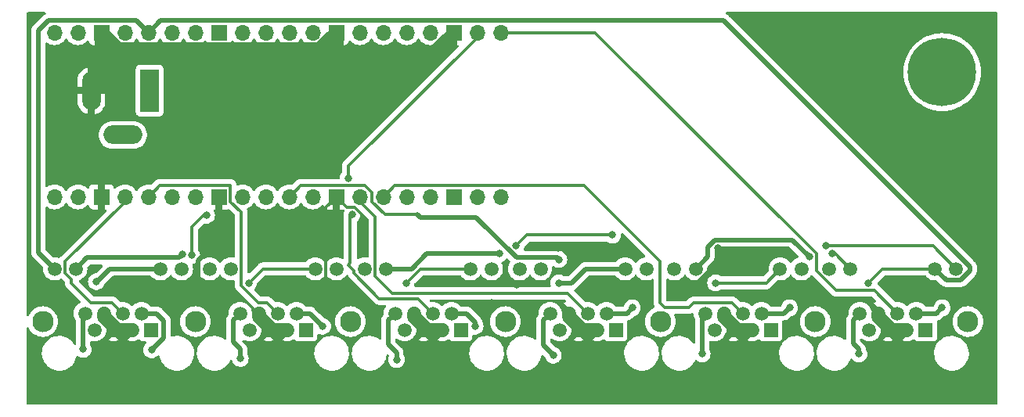
<source format=gtl>
%TF.GenerationSoftware,KiCad,Pcbnew,7.0.1*%
%TF.CreationDate,2023-11-21T14:19:22-06:00*%
%TF.ProjectId,Pico Hub V1,5069636f-2048-4756-9220-56312e6b6963,rev?*%
%TF.SameCoordinates,Original*%
%TF.FileFunction,Copper,L1,Top*%
%TF.FilePolarity,Positive*%
%FSLAX46Y46*%
G04 Gerber Fmt 4.6, Leading zero omitted, Abs format (unit mm)*
G04 Created by KiCad (PCBNEW 7.0.1) date 2023-11-21 14:19:22*
%MOMM*%
%LPD*%
G01*
G04 APERTURE LIST*
%TA.AperFunction,ComponentPad*%
%ADD10C,0.800000*%
%TD*%
%TA.AperFunction,ComponentPad*%
%ADD11C,7.400000*%
%TD*%
%TA.AperFunction,ComponentPad*%
%ADD12R,1.500000X1.500000*%
%TD*%
%TA.AperFunction,ComponentPad*%
%ADD13C,1.500000*%
%TD*%
%TA.AperFunction,ComponentPad*%
%ADD14C,2.300000*%
%TD*%
%TA.AperFunction,ComponentPad*%
%ADD15O,1.700000X1.700000*%
%TD*%
%TA.AperFunction,ComponentPad*%
%ADD16R,1.700000X1.700000*%
%TD*%
%TA.AperFunction,ComponentPad*%
%ADD17O,4.200000X2.000000*%
%TD*%
%TA.AperFunction,ComponentPad*%
%ADD18O,2.000000X4.200000*%
%TD*%
%TA.AperFunction,ComponentPad*%
%ADD19R,2.000000X4.600000*%
%TD*%
%TA.AperFunction,ViaPad*%
%ADD20C,0.800000*%
%TD*%
%TA.AperFunction,Conductor*%
%ADD21C,0.500000*%
%TD*%
%TA.AperFunction,Conductor*%
%ADD22C,1.500000*%
%TD*%
%TA.AperFunction,Conductor*%
%ADD23C,0.375000*%
%TD*%
G04 APERTURE END LIST*
D10*
%TO.P,H1,1,1*%
%TO.N,Earth*%
X123225000Y-80000000D03*
D11*
X126000000Y-80000000D03*
D10*
X126000000Y-77225000D03*
X124037779Y-78037779D03*
X124037779Y-81962221D03*
X126000000Y-82775000D03*
X127962221Y-81962221D03*
X128775000Y-80000000D03*
X127962221Y-78037779D03*
%TD*%
D12*
%TO.P,J1,1*%
%TO.N,Net-(D1-A1)*%
X40430000Y-107890000D03*
D13*
%TO.P,J1,2*%
%TO.N,Net-(D1-A2)*%
X39414000Y-106110000D03*
%TO.P,J1,3*%
%TO.N,GND*%
X38398000Y-107890000D03*
%TO.P,J1,4*%
%TO.N,Serial1_det*%
X37382000Y-106110000D03*
%TO.P,J1,5*%
%TO.N,GND*%
X36366000Y-107890000D03*
%TO.P,J1,6*%
X35350000Y-106110000D03*
%TO.P,J1,7*%
%TO.N,Net-(D2-A2)*%
X34334000Y-107890000D03*
%TO.P,J1,8*%
%TO.N,Net-(D2-A1)*%
X33318000Y-106110000D03*
%TO.P,J1,9*%
%TO.N,Net-(RN4-R1.2)*%
X43730000Y-101290000D03*
%TO.P,J1,10*%
%TO.N,3V3*%
X41440000Y-101290000D03*
%TO.P,J1,11*%
%TO.N,Net-(RN4-R2.2)*%
X32300000Y-101290000D03*
%TO.P,J1,12*%
%TO.N,3V3*%
X30010000Y-101290000D03*
D14*
%TO.P,J1,SH*%
%TO.N,Earth*%
X28740000Y-107000000D03*
%TD*%
D15*
%TO.P,U1,1,GPIO0*%
%TO.N,Serial1_TX*%
X30000000Y-93500000D03*
%TO.P,U1,2,GPIO1*%
%TO.N,Serial1_RX*%
X32540000Y-93500000D03*
D16*
%TO.P,U1,3,GND*%
%TO.N,GND*%
X35080000Y-93500000D03*
D15*
%TO.P,U1,4,GPIO2*%
%TO.N,Serial1_det*%
X37620000Y-93500000D03*
%TO.P,U1,5,GPIO3*%
%TO.N,Serial2_det*%
X40160000Y-93500000D03*
%TO.P,U1,6,GPIO4*%
%TO.N,Serial2_TX*%
X42700000Y-93500000D03*
%TO.P,U1,7,GPIO5*%
%TO.N,Serial2_RX*%
X45240000Y-93500000D03*
D16*
%TO.P,U1,8,GND*%
%TO.N,GND*%
X47780000Y-93500000D03*
D15*
%TO.P,U1,9,GPIO6*%
%TO.N,PIO1_TX*%
X50320000Y-93500000D03*
%TO.P,U1,10,GPIO7*%
%TO.N,PIO1_RX*%
X52860000Y-93500000D03*
%TO.P,U1,11,GPIO8*%
%TO.N,PIO2_TX*%
X55400000Y-93500000D03*
%TO.P,U1,12,GPIO9*%
%TO.N,PIO2_RX*%
X57940000Y-93500000D03*
D16*
%TO.P,U1,13,GND*%
%TO.N,GND*%
X60480000Y-93500000D03*
D15*
%TO.P,U1,14,GPIO10*%
%TO.N,PIO2_det*%
X63020000Y-93500000D03*
%TO.P,U1,15,GPIO11*%
%TO.N,PIO3_det*%
X65560000Y-93500000D03*
%TO.P,U1,16,GPIO12*%
%TO.N,PIO3_TX*%
X68100000Y-93500000D03*
%TO.P,U1,17,GPIO13*%
%TO.N,PIO3_RX*%
X70640000Y-93500000D03*
D16*
%TO.P,U1,18,GND*%
%TO.N,GND*%
X73180000Y-93500000D03*
D15*
%TO.P,U1,19,GPIO14*%
%TO.N,PIO4_TX*%
X75720000Y-93500000D03*
%TO.P,U1,20,GPIO15*%
%TO.N,PIO4_RX*%
X78260000Y-93500000D03*
%TO.P,U1,21,GPIO16*%
%TO.N,PIO4_det*%
X78260000Y-75720000D03*
%TO.P,U1,22,GPIO17*%
%TO.N,PIO1_det*%
X75720000Y-75720000D03*
D16*
%TO.P,U1,23,GND*%
%TO.N,GND*%
X73180000Y-75720000D03*
D15*
%TO.P,U1,24,GPIO18*%
%TO.N,unconnected-(U1-GPIO18-Pad24)*%
X70640000Y-75720000D03*
%TO.P,U1,25,GPIO19*%
%TO.N,unconnected-(U1-GPIO19-Pad25)*%
X68100000Y-75720000D03*
%TO.P,U1,26,GPIO20*%
%TO.N,unconnected-(U1-GPIO20-Pad26)*%
X65560000Y-75720000D03*
%TO.P,U1,27,GPIO21*%
%TO.N,unconnected-(U1-GPIO21-Pad27)*%
X63020000Y-75720000D03*
D16*
%TO.P,U1,28,GND*%
%TO.N,GND*%
X60480000Y-75720000D03*
D15*
%TO.P,U1,29,GPIO22*%
%TO.N,unconnected-(U1-GPIO22-Pad29)*%
X57940000Y-75720000D03*
%TO.P,U1,30,RUN*%
%TO.N,unconnected-(U1-RUN-Pad30)*%
X55400000Y-75720000D03*
%TO.P,U1,31,GPIO26_ADC0*%
%TO.N,unconnected-(U1-GPIO26_ADC0-Pad31)*%
X52860000Y-75720000D03*
%TO.P,U1,32,GPIO27_ADC1*%
%TO.N,unconnected-(U1-GPIO27_ADC1-Pad32)*%
X50320000Y-75720000D03*
D16*
%TO.P,U1,33,AGND*%
%TO.N,unconnected-(U1-AGND-Pad33)*%
X47780000Y-75720000D03*
D15*
%TO.P,U1,34,GPIO28_ADC2*%
%TO.N,Net-(U1-GPIO28_ADC2)*%
X45240000Y-75720000D03*
%TO.P,U1,35,ADC_VREF*%
%TO.N,unconnected-(U1-ADC_VREF-Pad35)*%
X42700000Y-75720000D03*
%TO.P,U1,36,3V3*%
%TO.N,3V3*%
X40160000Y-75720000D03*
%TO.P,U1,37,3V3_EN*%
%TO.N,unconnected-(U1-3V3_EN-Pad37)*%
X37620000Y-75720000D03*
D16*
%TO.P,U1,38,GND*%
%TO.N,GND*%
X35080000Y-75720000D03*
D15*
%TO.P,U1,39,VSYS*%
%TO.N,Net-(D3-K)*%
X32540000Y-75720000D03*
%TO.P,U1,40,VBUS*%
%TO.N,unconnected-(U1-VBUS-Pad40)*%
X30000000Y-75720000D03*
%TD*%
D12*
%TO.P,J7,1*%
%TO.N,Net-(D12-A1)*%
X107470000Y-107890000D03*
D13*
%TO.P,J7,2*%
%TO.N,Net-(D12-A2)*%
X106454000Y-106110000D03*
%TO.P,J7,3*%
%TO.N,GND*%
X105438000Y-107890000D03*
%TO.P,J7,4*%
%TO.N,PIO3_det*%
X104422000Y-106110000D03*
%TO.P,J7,5*%
%TO.N,GND*%
X103406000Y-107890000D03*
%TO.P,J7,6*%
X102390000Y-106110000D03*
%TO.P,J7,7*%
%TO.N,Net-(D13-A2)*%
X101374000Y-107890000D03*
%TO.P,J7,8*%
%TO.N,Net-(D13-A1)*%
X100358000Y-106110000D03*
%TO.P,J7,9*%
%TO.N,Net-(RN2-R1.2)*%
X110770000Y-101290000D03*
%TO.P,J7,10*%
%TO.N,3V3*%
X108480000Y-101290000D03*
%TO.P,J7,11*%
%TO.N,Net-(RN2-R2.2)*%
X99340000Y-101290000D03*
%TO.P,J7,12*%
%TO.N,3V3*%
X97050000Y-101290000D03*
D14*
%TO.P,J7,SH*%
%TO.N,Earth*%
X95530000Y-107000000D03*
%TD*%
%TO.P,J6,SH*%
%TO.N,Earth*%
X112290000Y-107000000D03*
X128800000Y-107000000D03*
D13*
%TO.P,J6,12*%
%TO.N,3V3*%
X113810000Y-101290000D03*
%TO.P,J6,11*%
%TO.N,Net-(RN2-R3.2)*%
X116100000Y-101290000D03*
%TO.P,J6,10*%
%TO.N,3V3*%
X125240000Y-101290000D03*
%TO.P,J6,9*%
%TO.N,Net-(RN2-R4.2)*%
X127530000Y-101290000D03*
%TO.P,J6,8*%
%TO.N,Net-(D11-A1)*%
X117118000Y-106110000D03*
%TO.P,J6,7*%
%TO.N,Net-(D11-A2)*%
X118134000Y-107890000D03*
%TO.P,J6,6*%
%TO.N,GND*%
X119150000Y-106110000D03*
%TO.P,J6,5*%
X120166000Y-107890000D03*
%TO.P,J6,4*%
%TO.N,PIO4_det*%
X121182000Y-106110000D03*
%TO.P,J6,3*%
%TO.N,GND*%
X122198000Y-107890000D03*
%TO.P,J6,2*%
%TO.N,Net-(D10-A2)*%
X123214000Y-106110000D03*
D12*
%TO.P,J6,1*%
%TO.N,Net-(D10-A1)*%
X124230000Y-107890000D03*
%TD*%
D14*
%TO.P,J5,SH*%
%TO.N,Earth*%
X62010000Y-107000000D03*
D13*
%TO.P,J5,12*%
%TO.N,3V3*%
X63530000Y-101290000D03*
%TO.P,J5,11*%
%TO.N,Net-(RN1-R2.2)*%
X65820000Y-101290000D03*
%TO.P,J5,10*%
%TO.N,3V3*%
X74960000Y-101290000D03*
%TO.P,J5,9*%
%TO.N,Net-(RN1-R1.2)*%
X77250000Y-101290000D03*
%TO.P,J5,8*%
%TO.N,Net-(D9-A1)*%
X66838000Y-106110000D03*
%TO.P,J5,7*%
%TO.N,Net-(D9-A2)*%
X67854000Y-107890000D03*
%TO.P,J5,6*%
%TO.N,GND*%
X68870000Y-106110000D03*
%TO.P,J5,5*%
X69886000Y-107890000D03*
%TO.P,J5,4*%
%TO.N,PIO1_det*%
X70902000Y-106110000D03*
%TO.P,J5,3*%
%TO.N,GND*%
X71918000Y-107890000D03*
%TO.P,J5,2*%
%TO.N,Net-(D8-A2)*%
X72934000Y-106110000D03*
D12*
%TO.P,J5,1*%
%TO.N,Net-(D8-A1)*%
X73950000Y-107890000D03*
%TD*%
D14*
%TO.P,J4,SH*%
%TO.N,Earth*%
X78770000Y-107000000D03*
D13*
%TO.P,J4,12*%
%TO.N,3V3*%
X80290000Y-101290000D03*
%TO.P,J4,11*%
%TO.N,Net-(RN1-R3.2)*%
X82580000Y-101290000D03*
%TO.P,J4,10*%
%TO.N,3V3*%
X91720000Y-101290000D03*
%TO.P,J4,9*%
%TO.N,Net-(RN1-R4.2)*%
X94010000Y-101290000D03*
%TO.P,J4,8*%
%TO.N,Net-(D7-A1)*%
X83598000Y-106110000D03*
%TO.P,J4,7*%
%TO.N,Net-(D7-A2)*%
X84614000Y-107890000D03*
%TO.P,J4,6*%
%TO.N,GND*%
X85630000Y-106110000D03*
%TO.P,J4,5*%
X86646000Y-107890000D03*
%TO.P,J4,4*%
%TO.N,PIO2_det*%
X87662000Y-106110000D03*
%TO.P,J4,3*%
%TO.N,GND*%
X88678000Y-107890000D03*
%TO.P,J4,2*%
%TO.N,Net-(D6-A2)*%
X89694000Y-106110000D03*
D12*
%TO.P,J4,1*%
%TO.N,Net-(D6-A1)*%
X90710000Y-107890000D03*
%TD*%
%TO.P,J3,1*%
%TO.N,Net-(D4-A1)*%
X57190000Y-107890000D03*
D13*
%TO.P,J3,2*%
%TO.N,Net-(D4-A2)*%
X56174000Y-106110000D03*
%TO.P,J3,3*%
%TO.N,GND*%
X55158000Y-107890000D03*
%TO.P,J3,4*%
%TO.N,Serial2_det*%
X54142000Y-106110000D03*
%TO.P,J3,5*%
%TO.N,GND*%
X53126000Y-107890000D03*
%TO.P,J3,6*%
X52110000Y-106110000D03*
%TO.P,J3,7*%
%TO.N,Net-(D5-A2)*%
X51094000Y-107890000D03*
%TO.P,J3,8*%
%TO.N,Net-(D5-A1)*%
X50078000Y-106110000D03*
%TO.P,J3,9*%
%TO.N,Net-(RN4-R3.2)*%
X60490000Y-101290000D03*
%TO.P,J3,10*%
%TO.N,3V3*%
X58200000Y-101290000D03*
%TO.P,J3,11*%
%TO.N,Net-(RN4-R4.2)*%
X49060000Y-101290000D03*
%TO.P,J3,12*%
%TO.N,3V3*%
X46770000Y-101290000D03*
D14*
%TO.P,J3,SH*%
%TO.N,Earth*%
X45250000Y-107000000D03*
%TD*%
D17*
%TO.P,J2,3*%
%TO.N,Net-(U1-GPIO28_ADC2)*%
X37400000Y-86800000D03*
D18*
%TO.P,J2,2*%
%TO.N,GND*%
X34000000Y-82000000D03*
D19*
%TO.P,J2,1*%
%TO.N,Net-(D3-A)*%
X40300000Y-82000000D03*
%TD*%
D20*
%TO.N,GND*%
X101750000Y-99000000D03*
X63500000Y-97000000D03*
%TO.N,PIO1_det*%
X62181494Y-95425500D03*
X61750000Y-91475500D03*
%TO.N,GND*%
X48500000Y-98750000D03*
X51250000Y-99000000D03*
%TO.N,Net-(RN4-R3.2)*%
X46458308Y-95500500D03*
X44842550Y-99839757D03*
%TO.N,GND*%
X77250000Y-105000000D03*
X30000000Y-103500000D03*
X47000000Y-105250000D03*
X63000000Y-104250000D03*
X80000000Y-103000000D03*
X84500000Y-99000000D03*
X96925000Y-103750000D03*
X113250000Y-104250000D03*
X120600000Y-87000000D03*
%TO.N,Net-(D5-A1)*%
X50100000Y-111000000D03*
%TO.N,Net-(RN2-R3.2)*%
X114081099Y-99616600D03*
%TO.N,Net-(RN2-R2.2)*%
X111619500Y-99961449D03*
%TO.N,Net-(RN2-R4.2)*%
X113400000Y-98800000D03*
%TO.N,Net-(RN1-R4.2)*%
X90360000Y-97640000D03*
%TO.N,PIO2_TX*%
X84550000Y-100270000D03*
%TO.N,3V3*%
X118050000Y-102810000D03*
X101500000Y-102810000D03*
X84550000Y-102810000D03*
X68025000Y-102810000D03*
X34539060Y-102670500D03*
X51000000Y-102810000D03*
%TO.N,Net-(D10-A2)*%
X126000000Y-105500000D03*
%TO.N,Net-(D11-A1)*%
X117000000Y-110500000D03*
%TO.N,Net-(D12-A2)*%
X109500000Y-105500000D03*
%TO.N,Net-(D13-A1)*%
X100050000Y-110500000D03*
%TO.N,Net-(RN1-R4.2)*%
X79949500Y-98800000D03*
%TO.N,Net-(D6-A2)*%
X92500000Y-105500000D03*
%TO.N,Net-(D7-A1)*%
X83950000Y-110625000D03*
%TO.N,Net-(RN1-R2.2)*%
X78133791Y-99660550D03*
%TO.N,Net-(D9-A1)*%
X67000000Y-111125000D03*
%TO.N,Net-(D8-A2)*%
X75500000Y-107500000D03*
%TO.N,Net-(D4-A2)*%
X59000000Y-107500000D03*
%TO.N,Net-(RN4-R2.2)*%
X43848815Y-99732544D03*
%TO.N,Net-(D2-A1)*%
X33100000Y-110000000D03*
%TO.N,Net-(D1-A2)*%
X40500000Y-110062500D03*
%TD*%
D21*
%TO.N,Net-(RN4-R2.2)*%
X43491359Y-100090000D02*
X43848815Y-99732544D01*
X33500000Y-100090000D02*
X43491359Y-100090000D01*
X32300000Y-101290000D02*
X33500000Y-100090000D01*
%TO.N,Net-(RN2-R2.2)*%
X101397918Y-98150000D02*
X109808051Y-98150000D01*
X100630000Y-98917918D02*
X101397918Y-98150000D01*
X100630000Y-100000000D02*
X100630000Y-98917918D01*
X109808051Y-98150000D02*
X111619500Y-99961449D01*
D22*
%TO.N,GND*%
X73180000Y-75820000D02*
X73180000Y-75720000D01*
X60480000Y-78070000D02*
X70930000Y-78070000D01*
X60480000Y-75720000D02*
X60480000Y-78070000D01*
X70930000Y-78070000D02*
X73180000Y-75820000D01*
X60480000Y-75725585D02*
X60480000Y-75720000D01*
X58685585Y-77520000D02*
X60480000Y-75725585D01*
X35080000Y-75725585D02*
X36874415Y-77520000D01*
X36874415Y-77520000D02*
X58685585Y-77520000D01*
X35080000Y-75720000D02*
X35080000Y-75725585D01*
X35080000Y-80920000D02*
X34000000Y-82000000D01*
X35080000Y-75720000D02*
X35080000Y-80920000D01*
D23*
%TO.N,PIO3_det*%
X87262500Y-92262500D02*
X95500000Y-100500000D01*
D21*
%TO.N,GND*%
X101750000Y-100577057D02*
X101750000Y-99000000D01*
X98577057Y-103750000D02*
X101750000Y-100577057D01*
X96925000Y-103750000D02*
X98577057Y-103750000D01*
D23*
X63500000Y-95630312D02*
X63500000Y-97000000D01*
X61618000Y-94638000D02*
X62507688Y-94638000D01*
X62507688Y-94638000D02*
X63500000Y-95630312D01*
X60480000Y-93500000D02*
X61618000Y-94638000D01*
%TO.N,PIO1_det*%
X69292000Y-104500000D02*
X70902000Y-106110000D01*
X65131332Y-104500000D02*
X69292000Y-104500000D01*
X61782500Y-100890000D02*
X62392500Y-101500000D01*
X62000000Y-100672500D02*
X61782500Y-100890000D01*
X62181494Y-95425500D02*
X62000000Y-95606994D01*
X62000000Y-95606994D02*
X62000000Y-100672500D01*
X62392500Y-101500000D02*
X62392500Y-101761168D01*
X62392500Y-101761168D02*
X65131332Y-104500000D01*
X61750000Y-91500000D02*
X61750000Y-91475500D01*
X61782500Y-91532500D02*
X61750000Y-91500000D01*
X61782500Y-90157500D02*
X61782500Y-91532500D01*
%TO.N,PIO2_TX*%
X63597590Y-92262500D02*
X64322500Y-92987410D01*
X64322500Y-94012590D02*
X65735410Y-95425500D01*
X65735410Y-95425500D02*
X69250000Y-95425500D01*
X56637500Y-92262500D02*
X63597590Y-92262500D01*
X55400000Y-93500000D02*
X56637500Y-92262500D01*
X64322500Y-92987410D02*
X64322500Y-94012590D01*
D21*
X69574500Y-95750000D02*
X75631522Y-95750000D01*
%TO.N,GND*%
X47970000Y-98220000D02*
X48500000Y-98750000D01*
X47780000Y-98220000D02*
X47970000Y-98220000D01*
X47780000Y-98220000D02*
X47780000Y-93500000D01*
X45570000Y-103820000D02*
X45570000Y-100430000D01*
X45570000Y-100430000D02*
X47780000Y-98220000D01*
X47000000Y-105250000D02*
X45570000Y-103820000D01*
D23*
%TO.N,Serial2_det*%
X41397500Y-92262500D02*
X40160000Y-93500000D01*
X50197500Y-103121194D02*
X50197500Y-95180000D01*
X49017500Y-92262500D02*
X41397500Y-92262500D01*
X52048806Y-104972500D02*
X50197500Y-103121194D01*
X49017500Y-94000000D02*
X49017500Y-92262500D01*
X53004500Y-104972500D02*
X52048806Y-104972500D01*
X50197500Y-95180000D02*
X49017500Y-94000000D01*
%TO.N,Net-(RN4-R3.2)*%
X46458308Y-95500500D02*
X46085327Y-95500500D01*
X46085327Y-95500500D02*
X44842550Y-96743277D01*
X44842550Y-96743277D02*
X44842550Y-99839757D01*
D21*
%TO.N,PIO2_TX*%
X84370000Y-100090000D02*
X84550000Y-100270000D01*
X75631522Y-95750000D02*
X79971522Y-100090000D01*
X69250000Y-95425500D02*
X69574500Y-95750000D01*
X79971522Y-100090000D02*
X84370000Y-100090000D01*
D23*
%TO.N,GND*%
X59337500Y-94642500D02*
X60480000Y-93500000D01*
X59337500Y-102337500D02*
X59337500Y-94642500D01*
X61250000Y-104250000D02*
X59337500Y-102337500D01*
X63000000Y-104250000D02*
X61250000Y-104250000D01*
%TO.N,PIO3_det*%
X103284500Y-104972500D02*
X104422000Y-106110000D01*
X98633832Y-105462500D02*
X99123832Y-104972500D01*
X95962500Y-105462500D02*
X98633832Y-105462500D01*
X99123832Y-104972500D02*
X103284500Y-104972500D01*
X95500000Y-100500000D02*
X95500000Y-105000000D01*
X66797500Y-92262500D02*
X87262500Y-92262500D01*
X65560000Y-93500000D02*
X66797500Y-92262500D01*
X95500000Y-105000000D02*
X95962500Y-105462500D01*
D21*
%TO.N,3V3*%
X87460000Y-101290000D02*
X91720000Y-101290000D01*
X85940000Y-102810000D02*
X87460000Y-101290000D01*
X84550000Y-102810000D02*
X85940000Y-102810000D01*
%TO.N,Net-(RN1-R2.2)*%
X70272888Y-99660550D02*
X78133791Y-99660550D01*
X68643438Y-101290000D02*
X70272888Y-99660550D01*
X65820000Y-101290000D02*
X68643438Y-101290000D01*
D22*
%TO.N,GND*%
X120166000Y-107890000D02*
X122198000Y-107890000D01*
X103406000Y-107890000D02*
X105438000Y-107890000D01*
X35350000Y-106482164D02*
X35350000Y-106110000D01*
X36366000Y-107498164D02*
X35350000Y-106482164D01*
X36366000Y-107890000D02*
X36366000Y-107498164D01*
X38398000Y-107890000D02*
X36366000Y-107890000D01*
X53126000Y-107498164D02*
X53126000Y-107890000D01*
X52110000Y-106482164D02*
X53126000Y-107498164D01*
X52110000Y-106110000D02*
X52110000Y-106482164D01*
X55158000Y-107890000D02*
X53126000Y-107890000D01*
X86646000Y-107890000D02*
X88678000Y-107890000D01*
X69886000Y-107890000D02*
X71918000Y-107890000D01*
X68870000Y-106501836D02*
X69886000Y-107517836D01*
X69886000Y-107517836D02*
X69886000Y-107890000D01*
X68870000Y-106110000D02*
X68870000Y-106501836D01*
X85630000Y-106501836D02*
X86646000Y-107517836D01*
X86646000Y-107517836D02*
X86646000Y-107890000D01*
X85630000Y-106110000D02*
X85630000Y-106501836D01*
X120166000Y-107517836D02*
X120166000Y-107890000D01*
X119150000Y-106501836D02*
X120166000Y-107517836D01*
X119150000Y-106110000D02*
X119150000Y-106501836D01*
X103406000Y-107498164D02*
X103406000Y-107890000D01*
X102390000Y-106482164D02*
X103406000Y-107498164D01*
X102390000Y-106110000D02*
X102390000Y-106482164D01*
D21*
%TO.N,3V3*%
X128027057Y-102490000D02*
X126440000Y-102490000D01*
X126440000Y-102490000D02*
X125240000Y-101290000D01*
X129000000Y-101517057D02*
X128027057Y-102490000D01*
X102357057Y-74420000D02*
X129000000Y-101062943D01*
X129000000Y-101062943D02*
X129000000Y-101517057D01*
X41460000Y-74420000D02*
X102357057Y-74420000D01*
X40160000Y-75720000D02*
X41460000Y-74420000D01*
X29330000Y-74420000D02*
X38860000Y-74420000D01*
X38860000Y-74420000D02*
X40160000Y-75720000D01*
X28250000Y-75500000D02*
X29330000Y-74420000D01*
X28250000Y-99530000D02*
X28250000Y-75500000D01*
X30010000Y-101290000D02*
X28250000Y-99530000D01*
%TO.N,Net-(D9-A1)*%
X66088000Y-106860000D02*
X66838000Y-106110000D01*
X67000000Y-110384796D02*
X66088000Y-109472796D01*
X66088000Y-109472796D02*
X66088000Y-106860000D01*
X67000000Y-111125000D02*
X67000000Y-110384796D01*
%TO.N,Net-(D5-A1)*%
X50100000Y-110000000D02*
X50100000Y-111000000D01*
D23*
%TO.N,PIO4_det*%
X112407000Y-99635255D02*
X88491745Y-75720000D01*
X112407000Y-101495668D02*
X112407000Y-99635255D01*
X114508832Y-103597500D02*
X112407000Y-101495668D01*
X118669500Y-103597500D02*
X114508832Y-103597500D01*
X88491745Y-75720000D02*
X78260000Y-75720000D01*
X121182000Y-106110000D02*
X118669500Y-103597500D01*
%TO.N,Net-(RN2-R3.2)*%
X114426600Y-99616600D02*
X116100000Y-101290000D01*
X114081099Y-99616600D02*
X114426600Y-99616600D01*
D21*
%TO.N,Net-(RN2-R2.2)*%
X100630000Y-100000000D02*
X99340000Y-101290000D01*
D23*
%TO.N,Net-(RN2-R4.2)*%
X125040000Y-98800000D02*
X113400000Y-98800000D01*
X127530000Y-101290000D02*
X125040000Y-98800000D01*
%TO.N,Net-(RN1-R4.2)*%
X81109500Y-97640000D02*
X90360000Y-97640000D01*
X79949500Y-98800000D02*
X81109500Y-97640000D01*
%TO.N,PIO2_det*%
X85477000Y-103925000D02*
X87662000Y-106110000D01*
X66500000Y-103925000D02*
X85477000Y-103925000D01*
X64667500Y-102092500D02*
X66500000Y-103925000D01*
X64667500Y-95647500D02*
X64667500Y-102092500D01*
X63020000Y-94000000D02*
X64667500Y-95647500D01*
%TO.N,PIO1_det*%
X61782500Y-90157500D02*
X75720000Y-76220000D01*
%TO.N,Serial2_det*%
X53004500Y-104972500D02*
X54142000Y-106110000D01*
%TO.N,3V3*%
X119570000Y-101290000D02*
X118050000Y-102810000D01*
X125240000Y-101290000D02*
X119570000Y-101290000D01*
X106960000Y-102810000D02*
X101500000Y-102810000D01*
X108480000Y-101290000D02*
X106960000Y-102810000D01*
X69545000Y-101290000D02*
X68025000Y-102810000D01*
X74960000Y-101290000D02*
X69545000Y-101290000D01*
%TO.N,Serial1_det*%
X33972500Y-104972500D02*
X36244500Y-104972500D01*
X31828832Y-102828832D02*
X33972500Y-104972500D01*
X36244500Y-104972500D02*
X37382000Y-106110000D01*
X31828832Y-102427500D02*
X31828832Y-102828832D01*
D21*
%TO.N,3V3*%
X34624500Y-102670500D02*
X34539060Y-102670500D01*
X36005000Y-101290000D02*
X34624500Y-102670500D01*
D23*
X58200000Y-101290000D02*
X52520000Y-101290000D01*
X52520000Y-101290000D02*
X51000000Y-102810000D01*
D21*
X41440000Y-101290000D02*
X36005000Y-101290000D01*
D23*
%TO.N,Serial1_det*%
X31162500Y-100457500D02*
X37620000Y-94000000D01*
X31162500Y-101761168D02*
X31162500Y-100457500D01*
X31828832Y-102427500D02*
X31162500Y-101761168D01*
D21*
%TO.N,Net-(D10-A2)*%
X125390000Y-106110000D02*
X126000000Y-105500000D01*
X123214000Y-106110000D02*
X125390000Y-106110000D01*
%TO.N,Net-(D11-A1)*%
X117000000Y-110000000D02*
X117000000Y-110500000D01*
X116368000Y-109368000D02*
X117000000Y-110000000D01*
X116368000Y-106860000D02*
X116368000Y-109368000D01*
X117118000Y-106110000D02*
X116368000Y-106860000D01*
%TO.N,Net-(D12-A2)*%
X108890000Y-106110000D02*
X109500000Y-105500000D01*
X106454000Y-106110000D02*
X108890000Y-106110000D01*
%TO.N,Net-(D13-A1)*%
X100050000Y-106418000D02*
X100050000Y-110500000D01*
X100358000Y-106110000D02*
X100050000Y-106418000D01*
%TO.N,Net-(D6-A2)*%
X91890000Y-106110000D02*
X92500000Y-105500000D01*
X89694000Y-106110000D02*
X91890000Y-106110000D01*
%TO.N,Net-(D7-A1)*%
X83598000Y-106110000D02*
X82848000Y-106860000D01*
X82848000Y-106860000D02*
X82848000Y-109523000D01*
X82848000Y-109523000D02*
X83950000Y-110625000D01*
%TO.N,Net-(D8-A2)*%
X75500000Y-107040000D02*
X75500000Y-107500000D01*
X74570000Y-106110000D02*
X75500000Y-107040000D01*
X72934000Y-106110000D02*
X74570000Y-106110000D01*
%TO.N,Net-(D4-A2)*%
X57610000Y-106110000D02*
X56174000Y-106110000D01*
X59000000Y-107500000D02*
X57610000Y-106110000D01*
%TO.N,Net-(D5-A1)*%
X49328000Y-106860000D02*
X49328000Y-109228000D01*
X49328000Y-109228000D02*
X50100000Y-110000000D01*
X50078000Y-106110000D02*
X49328000Y-106860000D01*
%TO.N,Net-(D2-A1)*%
X33100000Y-106328000D02*
X33100000Y-110000000D01*
X33318000Y-106110000D02*
X33100000Y-106328000D01*
%TO.N,Net-(D1-A2)*%
X41822398Y-108740102D02*
X40500000Y-110062500D01*
X41050000Y-106110000D02*
X41822398Y-106882398D01*
X39414000Y-106110000D02*
X41050000Y-106110000D01*
X41822398Y-106882398D02*
X41822398Y-108740102D01*
%TD*%
%TA.AperFunction,Conductor*%
%TO.N,GND*%
G36*
X29015294Y-73516756D02*
G01*
X29060579Y-73561262D01*
X29077897Y-73622349D01*
X29062708Y-73684000D01*
X29018995Y-73730050D01*
X29012029Y-73734345D01*
X28991926Y-73744076D01*
X28928221Y-73785975D01*
X28925181Y-73787912D01*
X28860280Y-73827944D01*
X28845165Y-73840256D01*
X28792832Y-73895725D01*
X28790320Y-73898311D01*
X27764359Y-74924272D01*
X27750726Y-74936054D01*
X27731467Y-74950391D01*
X27699633Y-74988329D01*
X27692341Y-74996289D01*
X27688408Y-75000222D01*
X27669176Y-75024545D01*
X27666902Y-75027337D01*
X27617894Y-75085744D01*
X27607418Y-75102187D01*
X27575192Y-75171294D01*
X27573622Y-75174536D01*
X27539393Y-75242692D01*
X27532996Y-75261098D01*
X27517573Y-75335788D01*
X27516793Y-75339305D01*
X27499208Y-75413505D01*
X27497229Y-75432878D01*
X27499448Y-75509131D01*
X27499500Y-75512737D01*
X27499500Y-99466294D01*
X27498191Y-99484264D01*
X27494711Y-99508023D01*
X27499028Y-99557369D01*
X27499500Y-99568176D01*
X27499500Y-99573708D01*
X27503098Y-99604496D01*
X27503464Y-99608081D01*
X27510110Y-99684041D01*
X27514329Y-99703071D01*
X27514758Y-99704251D01*
X27514759Y-99704255D01*
X27540413Y-99774742D01*
X27541582Y-99778107D01*
X27565580Y-99850524D01*
X27574075Y-99868072D01*
X27615979Y-99931784D01*
X27617889Y-99934782D01*
X27655750Y-99996162D01*
X27657952Y-99999732D01*
X27670253Y-100014830D01*
X27671168Y-100015693D01*
X27671170Y-100015696D01*
X27714400Y-100056481D01*
X27725708Y-100067150D01*
X27728295Y-100069663D01*
X28729435Y-101070803D01*
X28758276Y-101116073D01*
X28765282Y-101169290D01*
X28754722Y-101289999D01*
X28773792Y-101507974D01*
X28830425Y-101719331D01*
X28856213Y-101774632D01*
X28922898Y-101917639D01*
X29048402Y-102096877D01*
X29203123Y-102251598D01*
X29382361Y-102377102D01*
X29580670Y-102469575D01*
X29792023Y-102526207D01*
X30010000Y-102545277D01*
X30227977Y-102526207D01*
X30439330Y-102469575D01*
X30637639Y-102377102D01*
X30651110Y-102367668D01*
X30704261Y-102346553D01*
X30761237Y-102351537D01*
X30809915Y-102381562D01*
X31104513Y-102676160D01*
X31131393Y-102716388D01*
X31140832Y-102763841D01*
X31140832Y-102804294D01*
X31140606Y-102811781D01*
X31137043Y-102870679D01*
X31147679Y-102928720D01*
X31148806Y-102936123D01*
X31155918Y-102994690D01*
X31159375Y-103003806D01*
X31165400Y-103025419D01*
X31167158Y-103035015D01*
X31191372Y-103088816D01*
X31194237Y-103095733D01*
X31215163Y-103150909D01*
X31220707Y-103158941D01*
X31231727Y-103178481D01*
X31235731Y-103187375D01*
X31272118Y-103233821D01*
X31276547Y-103239840D01*
X31310074Y-103288411D01*
X31330723Y-103306704D01*
X31354244Y-103327542D01*
X31359697Y-103332676D01*
X32143279Y-104116258D01*
X32810353Y-104783331D01*
X32840933Y-104833724D01*
X32844788Y-104892544D01*
X32821048Y-104946498D01*
X32775078Y-104983394D01*
X32690359Y-105022899D01*
X32511122Y-105148402D01*
X32356402Y-105303122D01*
X32230898Y-105482361D01*
X32138425Y-105680668D01*
X32081792Y-105892025D01*
X32062722Y-106109999D01*
X32081792Y-106327974D01*
X32138425Y-106539331D01*
X32230898Y-106737640D01*
X32327075Y-106874995D01*
X32343761Y-106908831D01*
X32349500Y-106946118D01*
X32349500Y-109386315D01*
X32333188Y-109447791D01*
X32288543Y-109493093D01*
X32227312Y-109510302D01*
X32165604Y-109494890D01*
X32119654Y-109450911D01*
X32049405Y-109335804D01*
X32022697Y-109303711D01*
X31873791Y-109124782D01*
X31669323Y-108941577D01*
X31440359Y-108790096D01*
X31191779Y-108673567D01*
X30928881Y-108594473D01*
X30657269Y-108554500D01*
X30451453Y-108554500D01*
X30451449Y-108554500D01*
X30246194Y-108569522D01*
X29978225Y-108629215D01*
X29721803Y-108727288D01*
X29482391Y-108861653D01*
X29265094Y-109029443D01*
X29074545Y-109227083D01*
X28914802Y-109450364D01*
X28789272Y-109694521D01*
X28700629Y-109954352D01*
X28650763Y-110224325D01*
X28640737Y-110498678D01*
X28670763Y-110771569D01*
X28705816Y-110905646D01*
X28740204Y-111037182D01*
X28817202Y-111218373D01*
X28847577Y-111289852D01*
X28971729Y-111493284D01*
X28990595Y-111524196D01*
X29166209Y-111735218D01*
X29370677Y-111918423D01*
X29599641Y-112069904D01*
X29848221Y-112186433D01*
X30111119Y-112265527D01*
X30382731Y-112305500D01*
X30588547Y-112305500D01*
X30588551Y-112305500D01*
X30793805Y-112290477D01*
X30905813Y-112265526D01*
X31061775Y-112230784D01*
X31318198Y-112132711D01*
X31557609Y-111998347D01*
X31774904Y-111830557D01*
X31965454Y-111632916D01*
X32125196Y-111409637D01*
X32250727Y-111165479D01*
X32339370Y-110905646D01*
X32356435Y-110813256D01*
X32359866Y-110794683D01*
X32385914Y-110738584D01*
X32435819Y-110702047D01*
X32497165Y-110694160D01*
X32554688Y-110716886D01*
X32647270Y-110784151D01*
X32647271Y-110784151D01*
X32647272Y-110784152D01*
X32820197Y-110861144D01*
X33005352Y-110900500D01*
X33005354Y-110900500D01*
X33194646Y-110900500D01*
X33194648Y-110900500D01*
X33318083Y-110874262D01*
X33379803Y-110861144D01*
X33552730Y-110784151D01*
X33615448Y-110738584D01*
X33705870Y-110672889D01*
X33742943Y-110631716D01*
X33832533Y-110532216D01*
X33927179Y-110368284D01*
X33985674Y-110188256D01*
X34005460Y-110000000D01*
X33985674Y-109811744D01*
X33942695Y-109679468D01*
X33927179Y-109631715D01*
X33867113Y-109527678D01*
X33850500Y-109465678D01*
X33850500Y-109216661D01*
X33863288Y-109161817D01*
X33899013Y-109118285D01*
X33950309Y-109095044D01*
X34006593Y-109096886D01*
X34110705Y-109124782D01*
X34116023Y-109126207D01*
X34334000Y-109145277D01*
X34551977Y-109126207D01*
X34763330Y-109069575D01*
X34914119Y-108999261D01*
X35787067Y-108999261D01*
X35936840Y-109069102D01*
X36148113Y-109125712D01*
X36366000Y-109144775D01*
X36583886Y-109125712D01*
X36795159Y-109069102D01*
X36944932Y-108999261D01*
X36366001Y-108420330D01*
X36366000Y-108420330D01*
X35787067Y-108999261D01*
X34914119Y-108999261D01*
X34961639Y-108977102D01*
X35140877Y-108851598D01*
X35295598Y-108696877D01*
X35421102Y-108517639D01*
X35513575Y-108319330D01*
X35544227Y-108204933D01*
X35576319Y-108149349D01*
X36278318Y-107447350D01*
X36333905Y-107415256D01*
X36398093Y-107415256D01*
X36453680Y-107447350D01*
X37382000Y-108375670D01*
X38310319Y-107447351D01*
X38365906Y-107415257D01*
X38430094Y-107415257D01*
X38485681Y-107447351D01*
X38840648Y-107802318D01*
X38872742Y-107857905D01*
X38872742Y-107922093D01*
X38840648Y-107977680D01*
X37819067Y-108999261D01*
X37968840Y-109069102D01*
X38180113Y-109125712D01*
X38398000Y-109144775D01*
X38615886Y-109125712D01*
X38827159Y-109069102D01*
X39025389Y-108976665D01*
X39111634Y-108916276D01*
X39170644Y-108894443D01*
X39232773Y-108904384D01*
X39282025Y-108943540D01*
X39322452Y-108997544D01*
X39322453Y-108997544D01*
X39322454Y-108997546D01*
X39437669Y-109083796D01*
X39572517Y-109134091D01*
X39632127Y-109140500D01*
X39855370Y-109140499D01*
X39915106Y-109155837D01*
X39960065Y-109198056D01*
X39979124Y-109256712D01*
X39967568Y-109317294D01*
X39928256Y-109364816D01*
X39894129Y-109389611D01*
X39767466Y-109530283D01*
X39672820Y-109694215D01*
X39614326Y-109874242D01*
X39594540Y-110062500D01*
X39614326Y-110250757D01*
X39672820Y-110430784D01*
X39767466Y-110594716D01*
X39894129Y-110735389D01*
X40047269Y-110846651D01*
X40220197Y-110923644D01*
X40405352Y-110963000D01*
X40405354Y-110963000D01*
X40594646Y-110963000D01*
X40594648Y-110963000D01*
X40718181Y-110936742D01*
X40779803Y-110923644D01*
X40952730Y-110846651D01*
X41105871Y-110735388D01*
X41153227Y-110682792D01*
X41199615Y-110650519D01*
X41255510Y-110642181D01*
X41309300Y-110659513D01*
X41349812Y-110698915D01*
X41368632Y-110752202D01*
X41370763Y-110771569D01*
X41405816Y-110905646D01*
X41440204Y-111037182D01*
X41517202Y-111218373D01*
X41547577Y-111289852D01*
X41671729Y-111493284D01*
X41690595Y-111524196D01*
X41866209Y-111735218D01*
X42070677Y-111918423D01*
X42299641Y-112069904D01*
X42548221Y-112186433D01*
X42811119Y-112265527D01*
X43082731Y-112305500D01*
X43288547Y-112305500D01*
X43288551Y-112305500D01*
X43493805Y-112290477D01*
X43605813Y-112265526D01*
X43761775Y-112230784D01*
X44018198Y-112132711D01*
X44257609Y-111998347D01*
X44474904Y-111830557D01*
X44665454Y-111632916D01*
X44825196Y-111409637D01*
X44950727Y-111165479D01*
X45009472Y-110993284D01*
X45039370Y-110905647D01*
X45089236Y-110635674D01*
X45099262Y-110361321D01*
X45097644Y-110346620D01*
X45069236Y-110088429D01*
X44999796Y-109822818D01*
X44892423Y-109570148D01*
X44749405Y-109335804D01*
X44573791Y-109124782D01*
X44369323Y-108941577D01*
X44140359Y-108790096D01*
X43891779Y-108673567D01*
X43628881Y-108594473D01*
X43357269Y-108554500D01*
X43151453Y-108554500D01*
X43151449Y-108554500D01*
X42946194Y-108569522D01*
X42723860Y-108619050D01*
X42668833Y-108618799D01*
X42619333Y-108594762D01*
X42585108Y-108551673D01*
X42572898Y-108498017D01*
X42572898Y-107000000D01*
X43594396Y-107000000D01*
X43614779Y-107258995D01*
X43675426Y-107511610D01*
X43717512Y-107613212D01*
X43774846Y-107751628D01*
X43879307Y-107922093D01*
X43910590Y-107973143D01*
X43961044Y-108032216D01*
X44079311Y-108170689D01*
X44121332Y-108206578D01*
X44253344Y-108319328D01*
X44276860Y-108339412D01*
X44498372Y-108475154D01*
X44678385Y-108549718D01*
X44738389Y-108574573D01*
X44818197Y-108593733D01*
X44991006Y-108635221D01*
X45250000Y-108655604D01*
X45508994Y-108635221D01*
X45761610Y-108574573D01*
X46001628Y-108475154D01*
X46223140Y-108339412D01*
X46420689Y-108170689D01*
X46589412Y-107973140D01*
X46725154Y-107751628D01*
X46824573Y-107511610D01*
X46885221Y-107258994D01*
X46905604Y-107000000D01*
X46885221Y-106741006D01*
X46824573Y-106488390D01*
X46820727Y-106479106D01*
X46793207Y-106412667D01*
X46725154Y-106248372D01*
X46589412Y-106026860D01*
X46580910Y-106016906D01*
X46528454Y-105955488D01*
X46420689Y-105829311D01*
X46265561Y-105696819D01*
X46223143Y-105660590D01*
X46210718Y-105652976D01*
X46001628Y-105524846D01*
X45899063Y-105482362D01*
X45761610Y-105425426D01*
X45508995Y-105364779D01*
X45250000Y-105344396D01*
X44991004Y-105364779D01*
X44738389Y-105425426D01*
X44533524Y-105510285D01*
X44498372Y-105524846D01*
X44417791Y-105574226D01*
X44276856Y-105660590D01*
X44079311Y-105829311D01*
X43910590Y-106026856D01*
X43887690Y-106064226D01*
X43774846Y-106248372D01*
X43764192Y-106274094D01*
X43675426Y-106488389D01*
X43614779Y-106741004D01*
X43594396Y-107000000D01*
X42572898Y-107000000D01*
X42572898Y-106946104D01*
X42574207Y-106928134D01*
X42574736Y-106924516D01*
X42577687Y-106904375D01*
X42573370Y-106855029D01*
X42572898Y-106844222D01*
X42572898Y-106838687D01*
X42569301Y-106807919D01*
X42568934Y-106804327D01*
X42567595Y-106789016D01*
X42562397Y-106729601D01*
X42562396Y-106729599D01*
X42562287Y-106728347D01*
X42558070Y-106709328D01*
X42554996Y-106700883D01*
X42531989Y-106637671D01*
X42530806Y-106634266D01*
X42526850Y-106622327D01*
X42507212Y-106563064D01*
X42507210Y-106563061D01*
X42506813Y-106561862D01*
X42498327Y-106544334D01*
X42497635Y-106543282D01*
X42497635Y-106543281D01*
X42456399Y-106480586D01*
X42454484Y-106477579D01*
X42414446Y-106412667D01*
X42402146Y-106397568D01*
X42346671Y-106345230D01*
X42344084Y-106342717D01*
X41625728Y-105624360D01*
X41613946Y-105610727D01*
X41613377Y-105609963D01*
X41599610Y-105591470D01*
X41593291Y-105586168D01*
X41561666Y-105559631D01*
X41553691Y-105552323D01*
X41549782Y-105548414D01*
X41549777Y-105548409D01*
X41525423Y-105529152D01*
X41522647Y-105526890D01*
X41464251Y-105477890D01*
X41447821Y-105467422D01*
X41378691Y-105435186D01*
X41375447Y-105433615D01*
X41307306Y-105399394D01*
X41288903Y-105392997D01*
X41214211Y-105377574D01*
X41210692Y-105376794D01*
X41136490Y-105359208D01*
X41117121Y-105357229D01*
X41040869Y-105359448D01*
X41037263Y-105359500D01*
X40479624Y-105359500D01*
X40422366Y-105345489D01*
X40378047Y-105306621D01*
X40375595Y-105303119D01*
X40220880Y-105148405D01*
X40220877Y-105148402D01*
X40041639Y-105022898D01*
X39939912Y-104975462D01*
X39843331Y-104930425D01*
X39631974Y-104873792D01*
X39414000Y-104854722D01*
X39196025Y-104873792D01*
X38984668Y-104930425D01*
X38786361Y-105022898D01*
X38607122Y-105148402D01*
X38485681Y-105269844D01*
X38430094Y-105301938D01*
X38365906Y-105301938D01*
X38310319Y-105269844D01*
X38188880Y-105148405D01*
X38188877Y-105148402D01*
X38009639Y-105022898D01*
X37907912Y-104975462D01*
X37811331Y-104930425D01*
X37599974Y-104873792D01*
X37381999Y-104854722D01*
X37180013Y-104872393D01*
X37126795Y-104865387D01*
X37081525Y-104836546D01*
X36748344Y-104503365D01*
X36743210Y-104497912D01*
X36742342Y-104496932D01*
X36704079Y-104453742D01*
X36655508Y-104420215D01*
X36649489Y-104415786D01*
X36603043Y-104379399D01*
X36594149Y-104375395D01*
X36574609Y-104364375D01*
X36566577Y-104358831D01*
X36511401Y-104337905D01*
X36504484Y-104335040D01*
X36450683Y-104310826D01*
X36441087Y-104309068D01*
X36419474Y-104303043D01*
X36410358Y-104299586D01*
X36351791Y-104292474D01*
X36344388Y-104291347D01*
X36286347Y-104280711D01*
X36286346Y-104280711D01*
X36253068Y-104282724D01*
X36227449Y-104284274D01*
X36219962Y-104284500D01*
X34308840Y-104284500D01*
X34261387Y-104275061D01*
X34221159Y-104248181D01*
X32655025Y-102682046D01*
X32622931Y-102626458D01*
X32622931Y-102562271D01*
X32655025Y-102506683D01*
X32710614Y-102474590D01*
X32713607Y-102473787D01*
X32729330Y-102469575D01*
X32927639Y-102377102D01*
X33106877Y-102251598D01*
X33261598Y-102096877D01*
X33387102Y-101917639D01*
X33479575Y-101719330D01*
X33536207Y-101507977D01*
X33555277Y-101290000D01*
X33544716Y-101169289D01*
X33551722Y-101116074D01*
X33580561Y-101070805D01*
X33774547Y-100876819D01*
X33814776Y-100849939D01*
X33862229Y-100840500D01*
X35093771Y-100840500D01*
X35150066Y-100854015D01*
X35194089Y-100891615D01*
X35216244Y-100945102D01*
X35211702Y-101002818D01*
X35181452Y-101052181D01*
X34494792Y-101738839D01*
X34466279Y-101760131D01*
X34432892Y-101772448D01*
X34259257Y-101809355D01*
X34086329Y-101886348D01*
X33933189Y-101997610D01*
X33806526Y-102138283D01*
X33711880Y-102302215D01*
X33653386Y-102482242D01*
X33633600Y-102670500D01*
X33653386Y-102858757D01*
X33711880Y-103038784D01*
X33806526Y-103202716D01*
X33933189Y-103343389D01*
X34086329Y-103454651D01*
X34259257Y-103531644D01*
X34444412Y-103571000D01*
X34444414Y-103571000D01*
X34633706Y-103571000D01*
X34633708Y-103571000D01*
X34757144Y-103544762D01*
X34818863Y-103531644D01*
X34991790Y-103454651D01*
X35007453Y-103443271D01*
X35144930Y-103343389D01*
X35154302Y-103332981D01*
X35271593Y-103202716D01*
X35366239Y-103038784D01*
X35380459Y-102995018D01*
X35410706Y-102945660D01*
X36279548Y-102076819D01*
X36319777Y-102049939D01*
X36367230Y-102040500D01*
X40374376Y-102040500D01*
X40431631Y-102054510D01*
X40475949Y-102093374D01*
X40478402Y-102096877D01*
X40633123Y-102251598D01*
X40812361Y-102377102D01*
X41010670Y-102469575D01*
X41222023Y-102526207D01*
X41440000Y-102545277D01*
X41657977Y-102526207D01*
X41869330Y-102469575D01*
X42067639Y-102377102D01*
X42246877Y-102251598D01*
X42401598Y-102096877D01*
X42483427Y-101980013D01*
X42527743Y-101941149D01*
X42585000Y-101927138D01*
X42642257Y-101941149D01*
X42686572Y-101980013D01*
X42768402Y-102096877D01*
X42923123Y-102251598D01*
X43102361Y-102377102D01*
X43300670Y-102469575D01*
X43512023Y-102526207D01*
X43730000Y-102545277D01*
X43947977Y-102526207D01*
X44159330Y-102469575D01*
X44357639Y-102377102D01*
X44536877Y-102251598D01*
X44691598Y-102096877D01*
X44817102Y-101917639D01*
X44909575Y-101719330D01*
X44966207Y-101507977D01*
X44985277Y-101290000D01*
X44966207Y-101072023D01*
X44914357Y-100878516D01*
X44914936Y-100812244D01*
X44949564Y-100755735D01*
X45008351Y-100725133D01*
X45122353Y-100700901D01*
X45295280Y-100623908D01*
X45448420Y-100512646D01*
X45484417Y-100472668D01*
X45575083Y-100371973D01*
X45669729Y-100208041D01*
X45728224Y-100028013D01*
X45748010Y-99839757D01*
X45728224Y-99651501D01*
X45681605Y-99508023D01*
X45669729Y-99471472D01*
X45575083Y-99307541D01*
X45562401Y-99293456D01*
X45538786Y-99254921D01*
X45530550Y-99210483D01*
X45530550Y-97079618D01*
X45539989Y-97032165D01*
X45566869Y-96991937D01*
X45832821Y-96725985D01*
X46146284Y-96412520D01*
X46198747Y-96381308D01*
X46259746Y-96378912D01*
X46363661Y-96401000D01*
X46363662Y-96401000D01*
X46552954Y-96401000D01*
X46552956Y-96401000D01*
X46676391Y-96374762D01*
X46738111Y-96361644D01*
X46911038Y-96284651D01*
X47064179Y-96173388D01*
X47190841Y-96032716D01*
X47285487Y-95868784D01*
X47343982Y-95688756D01*
X47363768Y-95500500D01*
X47343982Y-95312244D01*
X47297133Y-95168059D01*
X47285487Y-95132215D01*
X47229937Y-95036000D01*
X47213324Y-94974000D01*
X47229937Y-94912000D01*
X47275324Y-94866613D01*
X47337324Y-94850000D01*
X47405000Y-94850000D01*
X47405000Y-93249000D01*
X47421613Y-93187000D01*
X47467000Y-93141613D01*
X47529000Y-93125000D01*
X48031000Y-93125000D01*
X48093000Y-93141613D01*
X48138387Y-93187000D01*
X48155000Y-93249000D01*
X48155000Y-94850000D01*
X48677824Y-94850000D01*
X48737379Y-94843597D01*
X48772503Y-94830497D01*
X48818787Y-94822713D01*
X48864649Y-94832690D01*
X48903518Y-94858997D01*
X49473181Y-95428660D01*
X49500061Y-95468888D01*
X49509500Y-95516341D01*
X49509500Y-99954229D01*
X49496712Y-100009073D01*
X49460986Y-100052605D01*
X49409691Y-100075846D01*
X49353406Y-100074004D01*
X49277974Y-100053792D01*
X49060000Y-100034722D01*
X48842025Y-100053792D01*
X48630668Y-100110425D01*
X48432361Y-100202898D01*
X48253122Y-100328402D01*
X48098405Y-100483119D01*
X48098404Y-100483121D01*
X48098402Y-100483123D01*
X48020565Y-100594287D01*
X48016575Y-100599985D01*
X47972257Y-100638850D01*
X47915000Y-100652861D01*
X47857743Y-100638850D01*
X47813425Y-100599985D01*
X47812182Y-100598210D01*
X47731598Y-100483123D01*
X47576877Y-100328402D01*
X47397639Y-100202898D01*
X47284943Y-100150347D01*
X47199331Y-100110425D01*
X46987974Y-100053792D01*
X46770000Y-100034722D01*
X46552025Y-100053792D01*
X46340668Y-100110425D01*
X46142361Y-100202898D01*
X45963122Y-100328402D01*
X45808402Y-100483122D01*
X45682898Y-100662361D01*
X45590425Y-100860668D01*
X45533792Y-101072025D01*
X45514722Y-101289999D01*
X45533792Y-101507974D01*
X45590425Y-101719331D01*
X45616213Y-101774632D01*
X45682898Y-101917639D01*
X45808402Y-102096877D01*
X45963123Y-102251598D01*
X46142361Y-102377102D01*
X46340670Y-102469575D01*
X46552023Y-102526207D01*
X46770000Y-102545277D01*
X46987977Y-102526207D01*
X47199330Y-102469575D01*
X47397639Y-102377102D01*
X47576877Y-102251598D01*
X47731598Y-102096877D01*
X47813427Y-101980013D01*
X47857743Y-101941149D01*
X47915000Y-101927138D01*
X47972257Y-101941149D01*
X48016572Y-101980013D01*
X48098402Y-102096877D01*
X48253123Y-102251598D01*
X48432361Y-102377102D01*
X48630670Y-102469575D01*
X48842023Y-102526207D01*
X49060000Y-102545277D01*
X49277977Y-102526207D01*
X49342556Y-102508903D01*
X49353406Y-102505996D01*
X49409691Y-102504154D01*
X49460986Y-102527395D01*
X49496712Y-102570927D01*
X49509500Y-102625771D01*
X49509500Y-103096656D01*
X49509274Y-103104143D01*
X49505711Y-103163041D01*
X49516347Y-103221082D01*
X49517474Y-103228485D01*
X49524586Y-103287052D01*
X49528043Y-103296168D01*
X49534068Y-103317781D01*
X49535826Y-103327377D01*
X49560040Y-103381178D01*
X49562905Y-103388095D01*
X49583831Y-103443271D01*
X49589375Y-103451303D01*
X49600395Y-103470843D01*
X49604399Y-103479737D01*
X49640786Y-103526183D01*
X49645215Y-103532202D01*
X49678742Y-103580773D01*
X49705947Y-103604874D01*
X49722912Y-103619904D01*
X49728365Y-103625038D01*
X51544968Y-105441641D01*
X51550088Y-105447079D01*
X51589227Y-105491258D01*
X51637799Y-105524785D01*
X51643807Y-105529205D01*
X51690263Y-105565601D01*
X51699153Y-105569602D01*
X51718699Y-105580626D01*
X51726728Y-105586168D01*
X51781909Y-105607095D01*
X51788809Y-105609953D01*
X51842621Y-105634172D01*
X51852208Y-105635928D01*
X51873827Y-105641954D01*
X51882948Y-105645414D01*
X51941534Y-105652526D01*
X51948894Y-105653647D01*
X52006960Y-105664289D01*
X52063379Y-105660875D01*
X52065857Y-105660726D01*
X52073344Y-105660500D01*
X52139468Y-105660500D01*
X52186921Y-105669939D01*
X52227149Y-105696819D01*
X52552649Y-106022319D01*
X52584743Y-106077906D01*
X52584743Y-106142094D01*
X52552649Y-106197681D01*
X52197681Y-106552649D01*
X52142094Y-106584743D01*
X52077906Y-106584743D01*
X52022319Y-106552649D01*
X51320319Y-105850649D01*
X51288226Y-105795064D01*
X51257575Y-105680670D01*
X51165102Y-105482362D01*
X51039598Y-105303123D01*
X50884877Y-105148402D01*
X50705639Y-105022898D01*
X50603912Y-104975462D01*
X50507331Y-104930425D01*
X50295974Y-104873792D01*
X50078000Y-104854722D01*
X49860025Y-104873792D01*
X49648668Y-104930425D01*
X49450361Y-105022898D01*
X49271122Y-105148402D01*
X49116402Y-105303122D01*
X48990898Y-105482361D01*
X48898425Y-105680668D01*
X48841792Y-105892025D01*
X48822722Y-106110000D01*
X48832870Y-106226000D01*
X48827603Y-106274094D01*
X48804331Y-106316512D01*
X48777634Y-106348328D01*
X48770341Y-106356289D01*
X48766408Y-106360222D01*
X48747176Y-106384545D01*
X48744902Y-106387337D01*
X48695894Y-106445744D01*
X48685418Y-106462187D01*
X48653192Y-106531294D01*
X48651622Y-106534536D01*
X48617393Y-106602692D01*
X48610996Y-106621098D01*
X48595573Y-106695788D01*
X48594793Y-106699305D01*
X48577208Y-106773505D01*
X48575229Y-106792878D01*
X48577448Y-106869131D01*
X48577500Y-106872737D01*
X48577500Y-108808891D01*
X48559931Y-108872518D01*
X48512203Y-108918115D01*
X48447840Y-108932762D01*
X48385081Y-108912307D01*
X48200359Y-108790096D01*
X47951779Y-108673567D01*
X47688881Y-108594473D01*
X47417269Y-108554500D01*
X47211453Y-108554500D01*
X47211449Y-108554500D01*
X47006194Y-108569522D01*
X46738225Y-108629215D01*
X46481803Y-108727288D01*
X46242391Y-108861653D01*
X46025094Y-109029443D01*
X45834545Y-109227083D01*
X45674802Y-109450364D01*
X45549272Y-109694521D01*
X45460629Y-109954352D01*
X45410763Y-110224325D01*
X45400737Y-110498678D01*
X45430763Y-110771569D01*
X45465816Y-110905646D01*
X45500204Y-111037182D01*
X45577202Y-111218373D01*
X45607577Y-111289852D01*
X45731729Y-111493284D01*
X45750595Y-111524196D01*
X45926209Y-111735218D01*
X46130677Y-111918423D01*
X46359641Y-112069904D01*
X46608221Y-112186433D01*
X46871119Y-112265527D01*
X47142731Y-112305500D01*
X47348547Y-112305500D01*
X47348551Y-112305500D01*
X47553805Y-112290477D01*
X47665813Y-112265526D01*
X47821775Y-112230784D01*
X48078198Y-112132711D01*
X48317609Y-111998347D01*
X48534904Y-111830557D01*
X48725454Y-111632916D01*
X48885196Y-111409637D01*
X48994774Y-111196506D01*
X49032457Y-111152680D01*
X49085919Y-111130694D01*
X49143539Y-111135335D01*
X49192794Y-111165593D01*
X49222980Y-111214892D01*
X49272820Y-111368284D01*
X49367466Y-111532216D01*
X49494129Y-111672889D01*
X49647269Y-111784151D01*
X49820197Y-111861144D01*
X50005352Y-111900500D01*
X50005354Y-111900500D01*
X50194646Y-111900500D01*
X50194648Y-111900500D01*
X50318084Y-111874262D01*
X50379803Y-111861144D01*
X50552730Y-111784151D01*
X50705871Y-111672888D01*
X50832533Y-111532216D01*
X50927179Y-111368284D01*
X50985674Y-111188256D01*
X51005460Y-111000000D01*
X50985674Y-110811744D01*
X50949013Y-110698915D01*
X50927179Y-110631715D01*
X50867113Y-110527678D01*
X50859342Y-110498678D01*
X58100737Y-110498678D01*
X58130763Y-110771569D01*
X58165816Y-110905646D01*
X58200204Y-111037182D01*
X58277202Y-111218373D01*
X58307577Y-111289852D01*
X58431729Y-111493284D01*
X58450595Y-111524196D01*
X58626209Y-111735218D01*
X58830677Y-111918423D01*
X59059641Y-112069904D01*
X59308221Y-112186433D01*
X59571119Y-112265527D01*
X59842731Y-112305500D01*
X60048547Y-112305500D01*
X60048551Y-112305500D01*
X60253805Y-112290477D01*
X60365813Y-112265526D01*
X60521775Y-112230784D01*
X60778198Y-112132711D01*
X61017609Y-111998347D01*
X61234904Y-111830557D01*
X61425454Y-111632916D01*
X61585196Y-111409637D01*
X61710727Y-111165479D01*
X61769472Y-110993284D01*
X61799370Y-110905647D01*
X61849236Y-110635674D01*
X61859262Y-110361321D01*
X61857644Y-110346620D01*
X61829236Y-110088429D01*
X61759796Y-109822818D01*
X61652423Y-109570148D01*
X61509405Y-109335804D01*
X61333791Y-109124782D01*
X61129323Y-108941577D01*
X60900359Y-108790096D01*
X60651779Y-108673567D01*
X60388881Y-108594473D01*
X60117269Y-108554500D01*
X59911453Y-108554500D01*
X59911449Y-108554500D01*
X59706194Y-108569522D01*
X59438225Y-108629215D01*
X59181803Y-108727288D01*
X58942391Y-108861653D01*
X58725094Y-109029443D01*
X58534545Y-109227083D01*
X58374802Y-109450364D01*
X58249272Y-109694521D01*
X58160629Y-109954352D01*
X58110763Y-110224325D01*
X58100737Y-110498678D01*
X50859342Y-110498678D01*
X50850500Y-110465678D01*
X50850500Y-110063706D01*
X50851809Y-110045736D01*
X50852338Y-110042118D01*
X50855289Y-110021977D01*
X50850972Y-109972628D01*
X50850500Y-109961824D01*
X50850500Y-109956289D01*
X50846903Y-109925521D01*
X50846536Y-109921929D01*
X50844539Y-109899100D01*
X50839999Y-109847203D01*
X50839998Y-109847201D01*
X50839889Y-109845949D01*
X50835672Y-109826930D01*
X50834175Y-109822818D01*
X50809591Y-109755273D01*
X50808408Y-109751868D01*
X50800497Y-109727994D01*
X50784814Y-109680666D01*
X50784812Y-109680663D01*
X50784415Y-109679464D01*
X50775929Y-109661936D01*
X50775237Y-109660884D01*
X50775237Y-109660883D01*
X50734001Y-109598188D01*
X50732086Y-109595181D01*
X50692048Y-109530269D01*
X50679748Y-109515170D01*
X50624273Y-109462832D01*
X50621686Y-109460319D01*
X50349242Y-109187874D01*
X50316101Y-109128087D01*
X50319679Y-109059822D01*
X50358888Y-109003827D01*
X50421812Y-108977117D01*
X50489325Y-108987810D01*
X50664670Y-109069575D01*
X50876023Y-109126207D01*
X51094000Y-109145277D01*
X51311977Y-109126207D01*
X51523330Y-109069575D01*
X51674119Y-108999261D01*
X52547067Y-108999261D01*
X52696840Y-109069102D01*
X52908113Y-109125712D01*
X53126000Y-109144775D01*
X53343886Y-109125712D01*
X53555159Y-109069102D01*
X53704932Y-108999261D01*
X53126001Y-108420330D01*
X53126000Y-108420330D01*
X52547067Y-108999261D01*
X51674119Y-108999261D01*
X51721639Y-108977102D01*
X51900877Y-108851598D01*
X52055598Y-108696877D01*
X52181102Y-108517639D01*
X52273575Y-108319330D01*
X52304227Y-108204933D01*
X52336319Y-108149349D01*
X53038318Y-107447350D01*
X53093905Y-107415256D01*
X53158093Y-107415256D01*
X53213680Y-107447350D01*
X54142000Y-108375670D01*
X55070319Y-107447351D01*
X55125906Y-107415257D01*
X55190094Y-107415257D01*
X55245681Y-107447351D01*
X55600648Y-107802318D01*
X55632742Y-107857905D01*
X55632742Y-107922093D01*
X55600648Y-107977680D01*
X54579067Y-108999261D01*
X54728840Y-109069102D01*
X54940113Y-109125712D01*
X55158000Y-109144775D01*
X55375886Y-109125712D01*
X55587159Y-109069102D01*
X55785389Y-108976665D01*
X55871634Y-108916276D01*
X55930644Y-108894443D01*
X55992773Y-108904384D01*
X56042025Y-108943540D01*
X56082452Y-108997544D01*
X56082453Y-108997544D01*
X56082454Y-108997546D01*
X56197669Y-109083796D01*
X56332517Y-109134091D01*
X56392127Y-109140500D01*
X57987872Y-109140499D01*
X58047483Y-109134091D01*
X58182331Y-109083796D01*
X58297546Y-108997546D01*
X58383796Y-108882331D01*
X58434091Y-108747483D01*
X58440500Y-108687873D01*
X58440499Y-108427555D01*
X58455526Y-108368389D01*
X58496964Y-108323562D01*
X58554771Y-108303939D01*
X58614935Y-108314278D01*
X58720197Y-108361144D01*
X58905352Y-108400500D01*
X58905354Y-108400500D01*
X59094646Y-108400500D01*
X59094648Y-108400500D01*
X59218084Y-108374262D01*
X59279803Y-108361144D01*
X59452730Y-108284151D01*
X59605871Y-108172888D01*
X59732533Y-108032216D01*
X59827179Y-107868284D01*
X59885674Y-107688256D01*
X59905460Y-107500000D01*
X59885674Y-107311744D01*
X59827179Y-107131716D01*
X59827179Y-107131715D01*
X59751133Y-107000000D01*
X60354396Y-107000000D01*
X60374779Y-107258995D01*
X60435426Y-107511610D01*
X60477512Y-107613212D01*
X60534846Y-107751628D01*
X60639307Y-107922093D01*
X60670590Y-107973143D01*
X60721044Y-108032216D01*
X60839311Y-108170689D01*
X60881332Y-108206578D01*
X61013344Y-108319328D01*
X61036860Y-108339412D01*
X61258372Y-108475154D01*
X61438385Y-108549718D01*
X61498389Y-108574573D01*
X61578197Y-108593733D01*
X61751006Y-108635221D01*
X62010000Y-108655604D01*
X62268994Y-108635221D01*
X62521610Y-108574573D01*
X62761628Y-108475154D01*
X62983140Y-108339412D01*
X63180689Y-108170689D01*
X63349412Y-107973140D01*
X63485154Y-107751628D01*
X63584573Y-107511610D01*
X63645221Y-107258994D01*
X63665604Y-107000000D01*
X63645221Y-106741006D01*
X63584573Y-106488390D01*
X63580727Y-106479106D01*
X63553207Y-106412667D01*
X63485154Y-106248372D01*
X63349412Y-106026860D01*
X63340910Y-106016906D01*
X63288454Y-105955488D01*
X63180689Y-105829311D01*
X63025561Y-105696819D01*
X62983143Y-105660590D01*
X62970718Y-105652976D01*
X62761628Y-105524846D01*
X62659063Y-105482362D01*
X62521610Y-105425426D01*
X62268995Y-105364779D01*
X62010000Y-105344396D01*
X61751004Y-105364779D01*
X61498389Y-105425426D01*
X61293524Y-105510285D01*
X61258372Y-105524846D01*
X61177791Y-105574226D01*
X61036856Y-105660590D01*
X60839311Y-105829311D01*
X60670590Y-106026856D01*
X60647690Y-106064226D01*
X60534846Y-106248372D01*
X60524192Y-106274094D01*
X60435426Y-106488389D01*
X60374779Y-106741004D01*
X60354396Y-107000000D01*
X59751133Y-107000000D01*
X59732533Y-106967783D01*
X59605870Y-106827110D01*
X59452730Y-106715848D01*
X59279803Y-106638855D01*
X59214669Y-106625011D01*
X59181283Y-106612694D01*
X59152769Y-106591402D01*
X58671367Y-106110000D01*
X58185728Y-105624360D01*
X58173946Y-105610727D01*
X58173377Y-105609963D01*
X58159610Y-105591470D01*
X58153291Y-105586168D01*
X58121666Y-105559631D01*
X58113691Y-105552323D01*
X58109782Y-105548414D01*
X58109777Y-105548409D01*
X58085423Y-105529152D01*
X58082647Y-105526890D01*
X58024251Y-105477890D01*
X58007821Y-105467422D01*
X57938691Y-105435186D01*
X57935447Y-105433615D01*
X57867306Y-105399394D01*
X57848903Y-105392997D01*
X57774211Y-105377574D01*
X57770692Y-105376794D01*
X57696490Y-105359208D01*
X57677121Y-105357229D01*
X57600869Y-105359448D01*
X57597263Y-105359500D01*
X57239624Y-105359500D01*
X57182366Y-105345489D01*
X57138047Y-105306621D01*
X57135595Y-105303119D01*
X56980880Y-105148405D01*
X56980877Y-105148402D01*
X56801639Y-105022898D01*
X56699912Y-104975462D01*
X56603331Y-104930425D01*
X56391974Y-104873792D01*
X56174000Y-104854722D01*
X55956025Y-104873792D01*
X55744668Y-104930425D01*
X55546361Y-105022898D01*
X55367122Y-105148402D01*
X55245681Y-105269844D01*
X55190094Y-105301938D01*
X55125906Y-105301938D01*
X55070319Y-105269844D01*
X54948880Y-105148405D01*
X54948877Y-105148402D01*
X54769639Y-105022898D01*
X54667912Y-104975462D01*
X54571331Y-104930425D01*
X54359974Y-104873792D01*
X54141999Y-104854722D01*
X53940013Y-104872393D01*
X53886795Y-104865387D01*
X53841525Y-104836546D01*
X53508344Y-104503365D01*
X53503210Y-104497912D01*
X53502342Y-104496932D01*
X53464079Y-104453742D01*
X53415508Y-104420215D01*
X53409489Y-104415786D01*
X53363043Y-104379399D01*
X53354149Y-104375395D01*
X53334609Y-104364375D01*
X53326577Y-104358831D01*
X53271401Y-104337905D01*
X53264484Y-104335040D01*
X53210683Y-104310826D01*
X53201087Y-104309068D01*
X53179474Y-104303043D01*
X53170358Y-104299586D01*
X53111791Y-104292474D01*
X53104388Y-104291347D01*
X53046347Y-104280711D01*
X53046346Y-104280711D01*
X53013068Y-104282724D01*
X52987449Y-104284274D01*
X52979962Y-104284500D01*
X52385147Y-104284500D01*
X52337694Y-104275061D01*
X52297466Y-104248181D01*
X51654159Y-103604874D01*
X51622643Y-103551372D01*
X51621018Y-103489298D01*
X51649689Y-103434222D01*
X51732533Y-103342216D01*
X51827179Y-103178284D01*
X51885674Y-102998256D01*
X51892940Y-102929114D01*
X51904340Y-102888695D01*
X51928577Y-102854400D01*
X52768659Y-102014319D01*
X52808888Y-101987439D01*
X52856341Y-101978000D01*
X57090613Y-101978000D01*
X57147870Y-101992011D01*
X57192187Y-102030876D01*
X57235949Y-102093374D01*
X57238402Y-102096877D01*
X57393123Y-102251598D01*
X57572361Y-102377102D01*
X57770670Y-102469575D01*
X57982023Y-102526207D01*
X58200000Y-102545277D01*
X58417977Y-102526207D01*
X58629330Y-102469575D01*
X58827639Y-102377102D01*
X59006877Y-102251598D01*
X59161598Y-102096877D01*
X59243427Y-101980013D01*
X59287743Y-101941149D01*
X59345000Y-101927138D01*
X59402257Y-101941149D01*
X59446572Y-101980013D01*
X59528402Y-102096877D01*
X59683123Y-102251598D01*
X59862361Y-102377102D01*
X60060670Y-102469575D01*
X60272023Y-102526207D01*
X60490000Y-102545277D01*
X60707977Y-102526207D01*
X60919330Y-102469575D01*
X61117639Y-102377102D01*
X61296877Y-102251598D01*
X61451598Y-102096877D01*
X61531939Y-101982138D01*
X61581484Y-101940706D01*
X61645147Y-101929810D01*
X61705654Y-101952409D01*
X61746587Y-102002371D01*
X61755039Y-102021150D01*
X61757905Y-102028069D01*
X61778831Y-102083245D01*
X61784375Y-102091277D01*
X61795395Y-102110817D01*
X61799399Y-102119711D01*
X61835786Y-102166157D01*
X61840215Y-102172176D01*
X61873742Y-102220747D01*
X61908566Y-102251598D01*
X61917912Y-102259878D01*
X61923365Y-102265012D01*
X64627479Y-104969125D01*
X64632613Y-104974578D01*
X64671753Y-105018758D01*
X64705203Y-105041847D01*
X64720320Y-105052281D01*
X64726344Y-105056713D01*
X64772789Y-105093101D01*
X64781683Y-105097104D01*
X64801220Y-105108122D01*
X64809254Y-105113668D01*
X64864440Y-105134596D01*
X64871327Y-105137449D01*
X64925146Y-105161672D01*
X64934732Y-105163428D01*
X64956356Y-105169455D01*
X64965474Y-105172914D01*
X65024067Y-105180028D01*
X65031424Y-105181148D01*
X65089486Y-105191788D01*
X65148371Y-105188226D01*
X65155859Y-105188000D01*
X65718811Y-105188000D01*
X65783139Y-105205991D01*
X65828800Y-105254743D01*
X65842546Y-105320110D01*
X65820387Y-105383120D01*
X65753464Y-105478698D01*
X65750897Y-105482364D01*
X65658425Y-105680668D01*
X65601792Y-105892025D01*
X65582722Y-106110000D01*
X65592870Y-106226000D01*
X65587603Y-106274094D01*
X65564331Y-106316512D01*
X65537634Y-106348328D01*
X65530341Y-106356289D01*
X65526408Y-106360222D01*
X65507176Y-106384545D01*
X65504902Y-106387337D01*
X65455894Y-106445744D01*
X65445418Y-106462187D01*
X65413192Y-106531294D01*
X65411622Y-106534536D01*
X65377393Y-106602692D01*
X65370996Y-106621098D01*
X65355573Y-106695788D01*
X65354793Y-106699305D01*
X65337208Y-106773505D01*
X65335229Y-106792878D01*
X65337448Y-106869131D01*
X65337500Y-106872737D01*
X65337500Y-108808891D01*
X65319931Y-108872518D01*
X65272203Y-108918115D01*
X65207840Y-108932762D01*
X65145081Y-108912307D01*
X64960359Y-108790096D01*
X64711779Y-108673567D01*
X64448881Y-108594473D01*
X64177269Y-108554500D01*
X63971453Y-108554500D01*
X63971449Y-108554500D01*
X63766194Y-108569522D01*
X63498225Y-108629215D01*
X63241803Y-108727288D01*
X63002391Y-108861653D01*
X62785094Y-109029443D01*
X62594545Y-109227083D01*
X62434802Y-109450364D01*
X62309272Y-109694521D01*
X62220629Y-109954352D01*
X62170763Y-110224325D01*
X62160737Y-110498678D01*
X62190763Y-110771569D01*
X62225816Y-110905646D01*
X62260204Y-111037182D01*
X62337202Y-111218373D01*
X62367577Y-111289852D01*
X62491729Y-111493284D01*
X62510595Y-111524196D01*
X62686209Y-111735218D01*
X62890677Y-111918423D01*
X63119641Y-112069904D01*
X63368221Y-112186433D01*
X63631119Y-112265527D01*
X63902731Y-112305500D01*
X64108547Y-112305500D01*
X64108551Y-112305500D01*
X64313805Y-112290477D01*
X64425813Y-112265526D01*
X64581775Y-112230784D01*
X64838198Y-112132711D01*
X65077609Y-111998347D01*
X65294904Y-111830557D01*
X65485454Y-111632916D01*
X65645196Y-111409637D01*
X65770727Y-111165479D01*
X65814496Y-111037182D01*
X65859370Y-110905648D01*
X65910093Y-110631033D01*
X65939301Y-110571231D01*
X65995223Y-110535145D01*
X66061747Y-110533170D01*
X66119711Y-110565875D01*
X66155953Y-110602117D01*
X66184793Y-110647385D01*
X66191801Y-110700599D01*
X66175664Y-110751790D01*
X66172821Y-110756713D01*
X66114326Y-110936742D01*
X66094540Y-111124999D01*
X66094540Y-111125000D01*
X66095626Y-111135335D01*
X66114326Y-111313257D01*
X66172820Y-111493284D01*
X66267466Y-111657216D01*
X66394129Y-111797889D01*
X66547269Y-111909151D01*
X66720197Y-111986144D01*
X66905352Y-112025500D01*
X66905354Y-112025500D01*
X67094646Y-112025500D01*
X67094648Y-112025500D01*
X67222397Y-111998346D01*
X67279803Y-111986144D01*
X67452730Y-111909151D01*
X67605871Y-111797888D01*
X67732533Y-111657216D01*
X67827179Y-111493284D01*
X67885674Y-111313256D01*
X67905460Y-111125000D01*
X67885674Y-110936744D01*
X67855332Y-110843363D01*
X67827179Y-110756715D01*
X67767113Y-110652678D01*
X67750500Y-110590678D01*
X67750500Y-110498678D01*
X74860737Y-110498678D01*
X74890763Y-110771569D01*
X74925816Y-110905646D01*
X74960204Y-111037182D01*
X75037202Y-111218373D01*
X75067577Y-111289852D01*
X75191729Y-111493284D01*
X75210595Y-111524196D01*
X75386209Y-111735218D01*
X75590677Y-111918423D01*
X75819641Y-112069904D01*
X76068221Y-112186433D01*
X76331119Y-112265527D01*
X76602731Y-112305500D01*
X76808547Y-112305500D01*
X76808551Y-112305500D01*
X77013805Y-112290477D01*
X77125813Y-112265526D01*
X77281775Y-112230784D01*
X77538198Y-112132711D01*
X77777609Y-111998347D01*
X77994904Y-111830557D01*
X78185454Y-111632916D01*
X78345196Y-111409637D01*
X78470727Y-111165479D01*
X78529472Y-110993284D01*
X78559370Y-110905647D01*
X78609236Y-110635674D01*
X78619262Y-110361321D01*
X78617644Y-110346620D01*
X78589236Y-110088429D01*
X78519796Y-109822818D01*
X78412423Y-109570148D01*
X78269405Y-109335804D01*
X78093791Y-109124782D01*
X77889323Y-108941577D01*
X77660359Y-108790096D01*
X77411779Y-108673567D01*
X77148881Y-108594473D01*
X76877269Y-108554500D01*
X76671453Y-108554500D01*
X76671449Y-108554500D01*
X76466194Y-108569522D01*
X76198225Y-108629215D01*
X75941803Y-108727288D01*
X75702391Y-108861653D01*
X75485094Y-109029443D01*
X75294545Y-109227083D01*
X75134802Y-109450364D01*
X75009272Y-109694521D01*
X74920629Y-109954352D01*
X74870763Y-110224325D01*
X74860737Y-110498678D01*
X67750500Y-110498678D01*
X67750500Y-110448502D01*
X67751809Y-110430532D01*
X67754272Y-110413714D01*
X67755289Y-110406773D01*
X67750972Y-110357427D01*
X67750500Y-110346620D01*
X67750500Y-110341085D01*
X67746903Y-110310317D01*
X67746536Y-110306725D01*
X67739889Y-110230745D01*
X67735672Y-110211726D01*
X67709592Y-110140070D01*
X67708408Y-110136664D01*
X67706768Y-110131715D01*
X67684814Y-110065462D01*
X67684812Y-110065459D01*
X67684415Y-110064260D01*
X67675929Y-110046732D01*
X67675237Y-110045680D01*
X67675237Y-110045679D01*
X67634001Y-109982984D01*
X67632086Y-109979977D01*
X67592712Y-109916141D01*
X67592711Y-109916140D01*
X67592048Y-109915065D01*
X67579748Y-109899966D01*
X67524273Y-109847628D01*
X67521686Y-109845115D01*
X66874819Y-109198247D01*
X66847939Y-109158019D01*
X66838500Y-109110566D01*
X66838500Y-108942337D01*
X66852015Y-108886042D01*
X66889615Y-108842019D01*
X66943102Y-108819864D01*
X67000818Y-108824406D01*
X67037275Y-108846747D01*
X67038237Y-108845375D01*
X67047119Y-108851594D01*
X67047123Y-108851598D01*
X67226361Y-108977102D01*
X67424670Y-109069575D01*
X67636023Y-109126207D01*
X67854000Y-109145277D01*
X68071977Y-109126207D01*
X68283330Y-109069575D01*
X68434119Y-108999261D01*
X69307067Y-108999261D01*
X69456840Y-109069102D01*
X69668113Y-109125712D01*
X69886000Y-109144775D01*
X70103886Y-109125712D01*
X70315159Y-109069102D01*
X70464932Y-108999261D01*
X69886001Y-108420330D01*
X69886000Y-108420330D01*
X69307067Y-108999261D01*
X68434119Y-108999261D01*
X68481639Y-108977102D01*
X68660877Y-108851598D01*
X68815598Y-108696877D01*
X68941102Y-108517639D01*
X69033575Y-108319330D01*
X69064227Y-108204933D01*
X69096319Y-108149349D01*
X69798318Y-107447350D01*
X69853905Y-107415256D01*
X69918093Y-107415256D01*
X69973680Y-107447350D01*
X70902000Y-108375670D01*
X71830319Y-107447351D01*
X71885906Y-107415257D01*
X71950094Y-107415257D01*
X72005681Y-107447351D01*
X72360648Y-107802318D01*
X72392742Y-107857905D01*
X72392742Y-107922093D01*
X72360648Y-107977680D01*
X71339067Y-108999261D01*
X71488840Y-109069102D01*
X71700113Y-109125712D01*
X71918000Y-109144775D01*
X72135886Y-109125712D01*
X72347159Y-109069102D01*
X72545389Y-108976665D01*
X72631634Y-108916276D01*
X72690644Y-108894443D01*
X72752773Y-108904384D01*
X72802025Y-108943540D01*
X72842452Y-108997544D01*
X72842453Y-108997544D01*
X72842454Y-108997546D01*
X72957669Y-109083796D01*
X73092517Y-109134091D01*
X73152127Y-109140500D01*
X74747872Y-109140499D01*
X74807483Y-109134091D01*
X74942331Y-109083796D01*
X75057546Y-108997546D01*
X75143796Y-108882331D01*
X75194091Y-108747483D01*
X75200500Y-108687873D01*
X75200499Y-108510082D01*
X75212578Y-108456701D01*
X75246463Y-108413718D01*
X75295552Y-108389510D01*
X75350280Y-108388794D01*
X75405352Y-108400500D01*
X75405354Y-108400500D01*
X75594646Y-108400500D01*
X75594648Y-108400500D01*
X75718084Y-108374262D01*
X75779803Y-108361144D01*
X75952730Y-108284151D01*
X76105871Y-108172888D01*
X76232533Y-108032216D01*
X76327179Y-107868284D01*
X76385674Y-107688256D01*
X76405460Y-107500000D01*
X76385674Y-107311744D01*
X76327179Y-107131716D01*
X76327179Y-107131715D01*
X76263684Y-107021739D01*
X76256480Y-107000000D01*
X77114396Y-107000000D01*
X77134779Y-107258995D01*
X77195426Y-107511610D01*
X77237512Y-107613212D01*
X77294846Y-107751628D01*
X77399307Y-107922093D01*
X77430590Y-107973143D01*
X77481044Y-108032216D01*
X77599311Y-108170689D01*
X77641332Y-108206578D01*
X77773344Y-108319328D01*
X77796860Y-108339412D01*
X78018372Y-108475154D01*
X78198385Y-108549718D01*
X78258389Y-108574573D01*
X78338197Y-108593733D01*
X78511006Y-108635221D01*
X78770000Y-108655604D01*
X79028994Y-108635221D01*
X79281610Y-108574573D01*
X79521628Y-108475154D01*
X79743140Y-108339412D01*
X79940689Y-108170689D01*
X80109412Y-107973140D01*
X80245154Y-107751628D01*
X80344573Y-107511610D01*
X80405221Y-107258994D01*
X80425604Y-107000000D01*
X80405221Y-106741006D01*
X80344573Y-106488390D01*
X80340727Y-106479106D01*
X80313207Y-106412667D01*
X80245154Y-106248372D01*
X80109412Y-106026860D01*
X80100910Y-106016906D01*
X80048454Y-105955488D01*
X79940689Y-105829311D01*
X79785561Y-105696819D01*
X79743143Y-105660590D01*
X79730718Y-105652976D01*
X79521628Y-105524846D01*
X79419063Y-105482362D01*
X79281610Y-105425426D01*
X79028995Y-105364779D01*
X78770000Y-105344396D01*
X78511004Y-105364779D01*
X78258389Y-105425426D01*
X78053524Y-105510285D01*
X78018372Y-105524846D01*
X77937791Y-105574226D01*
X77796856Y-105660590D01*
X77599311Y-105829311D01*
X77430590Y-106026856D01*
X77407690Y-106064226D01*
X77294846Y-106248372D01*
X77284192Y-106274094D01*
X77195426Y-106488389D01*
X77134779Y-106741004D01*
X77114396Y-107000000D01*
X76256480Y-107000000D01*
X76247910Y-106974138D01*
X76246897Y-106965470D01*
X76246536Y-106961929D01*
X76243603Y-106928402D01*
X76239999Y-106887203D01*
X76239998Y-106887201D01*
X76239889Y-106885949D01*
X76235672Y-106866930D01*
X76235074Y-106865288D01*
X76209591Y-106795273D01*
X76208408Y-106791868D01*
X76192226Y-106743034D01*
X76184814Y-106720666D01*
X76184812Y-106720663D01*
X76184415Y-106719464D01*
X76175929Y-106701936D01*
X76175237Y-106700884D01*
X76175237Y-106700883D01*
X76134001Y-106638188D01*
X76132086Y-106635181D01*
X76131522Y-106634266D01*
X76092712Y-106571345D01*
X76092711Y-106571344D01*
X76092048Y-106570269D01*
X76079748Y-106555170D01*
X76024273Y-106502832D01*
X76021686Y-106500319D01*
X75145728Y-105624360D01*
X75133946Y-105610727D01*
X75133377Y-105609963D01*
X75119610Y-105591470D01*
X75113291Y-105586168D01*
X75081666Y-105559631D01*
X75073691Y-105552323D01*
X75069782Y-105548414D01*
X75069777Y-105548409D01*
X75045423Y-105529152D01*
X75042647Y-105526890D01*
X74984251Y-105477890D01*
X74967821Y-105467422D01*
X74898691Y-105435186D01*
X74895447Y-105433615D01*
X74827306Y-105399394D01*
X74808903Y-105392997D01*
X74734211Y-105377574D01*
X74730692Y-105376794D01*
X74656490Y-105359208D01*
X74637121Y-105357229D01*
X74560869Y-105359448D01*
X74557263Y-105359500D01*
X73999624Y-105359500D01*
X73942366Y-105345489D01*
X73898047Y-105306621D01*
X73895595Y-105303119D01*
X73740880Y-105148405D01*
X73740877Y-105148402D01*
X73561639Y-105022898D01*
X73459912Y-104975462D01*
X73363331Y-104930425D01*
X73151974Y-104873792D01*
X73000359Y-104860528D01*
X72941528Y-104839599D01*
X72933999Y-104831014D01*
X72926472Y-104839599D01*
X72867641Y-104860528D01*
X72716025Y-104873792D01*
X72504668Y-104930425D01*
X72306361Y-105022898D01*
X72127122Y-105148402D01*
X72005681Y-105269844D01*
X71950094Y-105301938D01*
X71885906Y-105301938D01*
X71830319Y-105269844D01*
X71708880Y-105148405D01*
X71708877Y-105148402D01*
X71529639Y-105022898D01*
X71427912Y-104975462D01*
X71331331Y-104930425D01*
X71119974Y-104873792D01*
X70968359Y-104860528D01*
X70909528Y-104839599D01*
X70902000Y-104831014D01*
X70894472Y-104839599D01*
X70835640Y-104860528D01*
X70700012Y-104872393D01*
X70646795Y-104865387D01*
X70601525Y-104836546D01*
X70589660Y-104824681D01*
X70559410Y-104775318D01*
X70554868Y-104717602D01*
X70577023Y-104664115D01*
X70621046Y-104626515D01*
X70677341Y-104613000D01*
X70824834Y-104613000D01*
X70885266Y-104628723D01*
X70901999Y-104644742D01*
X70918734Y-104628723D01*
X70979166Y-104613000D01*
X72856834Y-104613000D01*
X72917266Y-104628723D01*
X72933999Y-104644742D01*
X72950734Y-104628723D01*
X73011166Y-104613000D01*
X83520834Y-104613000D01*
X83581266Y-104628723D01*
X83597999Y-104644742D01*
X83614734Y-104628723D01*
X83675166Y-104613000D01*
X85140659Y-104613000D01*
X85188112Y-104622439D01*
X85228340Y-104649319D01*
X85292734Y-104713713D01*
X85324828Y-104769300D01*
X85324828Y-104833487D01*
X85292735Y-104889075D01*
X85237148Y-104921168D01*
X85200847Y-104930895D01*
X85051067Y-105000737D01*
X86072649Y-106022319D01*
X86104743Y-106077906D01*
X86104743Y-106142094D01*
X86072649Y-106197681D01*
X85717681Y-106552649D01*
X85662094Y-106584743D01*
X85597906Y-106584743D01*
X85542319Y-106552649D01*
X84840319Y-105850649D01*
X84808226Y-105795064D01*
X84777575Y-105680670D01*
X84685102Y-105482362D01*
X84559598Y-105303123D01*
X84404877Y-105148402D01*
X84225639Y-105022898D01*
X84123912Y-104975462D01*
X84027331Y-104930425D01*
X83815974Y-104873792D01*
X83664359Y-104860528D01*
X83605528Y-104839599D01*
X83597999Y-104831014D01*
X83590472Y-104839599D01*
X83531641Y-104860528D01*
X83380025Y-104873792D01*
X83168668Y-104930425D01*
X82970361Y-105022898D01*
X82791122Y-105148402D01*
X82636402Y-105303122D01*
X82510898Y-105482361D01*
X82418425Y-105680668D01*
X82361792Y-105892025D01*
X82342722Y-106110000D01*
X82352870Y-106226000D01*
X82347603Y-106274094D01*
X82324331Y-106316512D01*
X82297634Y-106348328D01*
X82290341Y-106356289D01*
X82286408Y-106360222D01*
X82267176Y-106384545D01*
X82264902Y-106387337D01*
X82215894Y-106445744D01*
X82205418Y-106462187D01*
X82173192Y-106531294D01*
X82171622Y-106534536D01*
X82137393Y-106602692D01*
X82130996Y-106621098D01*
X82115573Y-106695788D01*
X82114793Y-106699305D01*
X82097208Y-106773505D01*
X82095229Y-106792878D01*
X82097448Y-106869131D01*
X82097500Y-106872737D01*
X82097500Y-108808891D01*
X82079931Y-108872518D01*
X82032203Y-108918115D01*
X81967840Y-108932762D01*
X81905081Y-108912307D01*
X81720359Y-108790096D01*
X81471779Y-108673567D01*
X81208881Y-108594473D01*
X80937269Y-108554500D01*
X80731453Y-108554500D01*
X80731449Y-108554500D01*
X80526194Y-108569522D01*
X80258225Y-108629215D01*
X80001803Y-108727288D01*
X79762391Y-108861653D01*
X79545094Y-109029443D01*
X79354545Y-109227083D01*
X79194802Y-109450364D01*
X79069272Y-109694521D01*
X78980629Y-109954352D01*
X78930763Y-110224325D01*
X78920737Y-110498678D01*
X78950763Y-110771569D01*
X78985816Y-110905646D01*
X79020204Y-111037182D01*
X79097202Y-111218373D01*
X79127577Y-111289852D01*
X79251729Y-111493284D01*
X79270595Y-111524196D01*
X79446209Y-111735218D01*
X79650677Y-111918423D01*
X79879641Y-112069904D01*
X80128221Y-112186433D01*
X80391119Y-112265527D01*
X80662731Y-112305500D01*
X80868547Y-112305500D01*
X80868551Y-112305500D01*
X81073805Y-112290477D01*
X81185813Y-112265526D01*
X81341775Y-112230784D01*
X81598198Y-112132711D01*
X81837609Y-111998347D01*
X82054904Y-111830557D01*
X82245454Y-111632916D01*
X82405196Y-111409637D01*
X82530727Y-111165479D01*
X82574496Y-111037182D01*
X82619370Y-110905648D01*
X82662266Y-110673409D01*
X82691474Y-110613607D01*
X82747396Y-110577521D01*
X82813920Y-110575546D01*
X82871884Y-110608251D01*
X83037228Y-110773595D01*
X83067478Y-110822958D01*
X83122820Y-110993284D01*
X83217466Y-111157216D01*
X83344129Y-111297889D01*
X83497269Y-111409151D01*
X83670197Y-111486144D01*
X83855352Y-111525500D01*
X83855354Y-111525500D01*
X84044646Y-111525500D01*
X84044648Y-111525500D01*
X84168083Y-111499262D01*
X84229803Y-111486144D01*
X84402730Y-111409151D01*
X84468806Y-111361144D01*
X84555870Y-111297889D01*
X84682533Y-111157216D01*
X84777179Y-110993284D01*
X84795551Y-110936742D01*
X84835674Y-110813256D01*
X84855460Y-110625000D01*
X84842183Y-110498678D01*
X91620737Y-110498678D01*
X91650763Y-110771569D01*
X91685816Y-110905646D01*
X91720204Y-111037182D01*
X91797202Y-111218373D01*
X91827577Y-111289852D01*
X91951729Y-111493284D01*
X91970595Y-111524196D01*
X92146209Y-111735218D01*
X92350677Y-111918423D01*
X92579641Y-112069904D01*
X92828221Y-112186433D01*
X93091119Y-112265527D01*
X93362731Y-112305500D01*
X93568547Y-112305500D01*
X93568551Y-112305500D01*
X93773805Y-112290477D01*
X93885813Y-112265526D01*
X94041775Y-112230784D01*
X94298198Y-112132711D01*
X94537609Y-111998347D01*
X94754904Y-111830557D01*
X94945454Y-111632916D01*
X95105196Y-111409637D01*
X95230727Y-111165479D01*
X95289472Y-110993284D01*
X95319370Y-110905647D01*
X95369236Y-110635674D01*
X95379262Y-110361321D01*
X95377644Y-110346620D01*
X95349236Y-110088429D01*
X95279796Y-109822818D01*
X95172423Y-109570148D01*
X95029405Y-109335804D01*
X94853791Y-109124782D01*
X94649323Y-108941577D01*
X94420359Y-108790096D01*
X94171779Y-108673567D01*
X93908881Y-108594473D01*
X93637269Y-108554500D01*
X93431453Y-108554500D01*
X93431449Y-108554500D01*
X93226194Y-108569522D01*
X92958225Y-108629215D01*
X92701803Y-108727288D01*
X92462391Y-108861653D01*
X92245094Y-109029443D01*
X92054545Y-109227083D01*
X91894802Y-109450364D01*
X91769272Y-109694521D01*
X91680629Y-109954352D01*
X91630763Y-110224325D01*
X91620737Y-110498678D01*
X84842183Y-110498678D01*
X84835674Y-110436744D01*
X84777179Y-110256716D01*
X84777179Y-110256715D01*
X84682533Y-110092783D01*
X84555870Y-109952110D01*
X84402730Y-109840848D01*
X84229802Y-109763855D01*
X84164670Y-109750011D01*
X84131283Y-109737694D01*
X84102770Y-109716402D01*
X83634819Y-109248451D01*
X83607939Y-109208223D01*
X83598500Y-109160770D01*
X83598500Y-108942337D01*
X83612015Y-108886042D01*
X83649615Y-108842019D01*
X83703102Y-108819864D01*
X83760818Y-108824406D01*
X83797275Y-108846747D01*
X83798237Y-108845375D01*
X83807119Y-108851594D01*
X83807123Y-108851598D01*
X83986361Y-108977102D01*
X84184670Y-109069575D01*
X84396023Y-109126207D01*
X84614000Y-109145277D01*
X84831977Y-109126207D01*
X85043330Y-109069575D01*
X85194119Y-108999261D01*
X86067067Y-108999261D01*
X86216840Y-109069102D01*
X86428113Y-109125712D01*
X86646000Y-109144775D01*
X86863886Y-109125712D01*
X87075159Y-109069102D01*
X87224932Y-108999261D01*
X86646001Y-108420330D01*
X86646000Y-108420330D01*
X86067067Y-108999261D01*
X85194119Y-108999261D01*
X85241639Y-108977102D01*
X85420877Y-108851598D01*
X85575598Y-108696877D01*
X85701102Y-108517639D01*
X85793575Y-108319330D01*
X85824227Y-108204933D01*
X85856319Y-108149349D01*
X86558318Y-107447350D01*
X86613905Y-107415256D01*
X86678093Y-107415256D01*
X86733680Y-107447350D01*
X87662000Y-108375670D01*
X88590319Y-107447351D01*
X88645906Y-107415257D01*
X88710094Y-107415257D01*
X88765681Y-107447351D01*
X89120648Y-107802318D01*
X89152742Y-107857905D01*
X89152742Y-107922093D01*
X89120648Y-107977680D01*
X88099067Y-108999261D01*
X88248840Y-109069102D01*
X88460113Y-109125712D01*
X88678000Y-109144775D01*
X88895886Y-109125712D01*
X89107159Y-109069102D01*
X89305389Y-108976665D01*
X89391634Y-108916276D01*
X89450644Y-108894443D01*
X89512773Y-108904384D01*
X89562025Y-108943540D01*
X89602452Y-108997544D01*
X89602453Y-108997544D01*
X89602454Y-108997546D01*
X89717669Y-109083796D01*
X89852517Y-109134091D01*
X89912127Y-109140500D01*
X91507872Y-109140499D01*
X91567483Y-109134091D01*
X91702331Y-109083796D01*
X91817546Y-108997546D01*
X91903796Y-108882331D01*
X91954091Y-108747483D01*
X91960500Y-108687873D01*
X91960499Y-107092128D01*
X91954091Y-107032517D01*
X91947909Y-107015942D01*
X91940751Y-106959836D01*
X91959254Y-106906388D01*
X91999570Y-106866717D01*
X92029771Y-106856804D01*
X92029028Y-106854562D01*
X92041249Y-106850511D01*
X92063062Y-106845674D01*
X92064250Y-106845241D01*
X92064255Y-106845241D01*
X92134820Y-106819557D01*
X92138095Y-106818419D01*
X92209334Y-106794814D01*
X92209336Y-106794812D01*
X92210536Y-106794415D01*
X92228063Y-106785929D01*
X92229112Y-106785238D01*
X92229117Y-106785237D01*
X92291806Y-106744005D01*
X92294798Y-106742099D01*
X92358656Y-106702712D01*
X92358656Y-106702711D01*
X92359729Y-106702050D01*
X92374824Y-106689753D01*
X92375692Y-106688832D01*
X92375696Y-106688830D01*
X92427186Y-106634252D01*
X92429632Y-106631734D01*
X92652772Y-106408593D01*
X92681282Y-106387304D01*
X92714665Y-106374988D01*
X92779803Y-106361144D01*
X92779804Y-106361143D01*
X92779806Y-106361143D01*
X92952730Y-106284151D01*
X93105870Y-106172889D01*
X93112846Y-106165142D01*
X93232533Y-106032216D01*
X93327179Y-105868284D01*
X93385674Y-105688256D01*
X93405460Y-105500000D01*
X93385674Y-105311744D01*
X93342876Y-105180026D01*
X93327179Y-105131715D01*
X93232533Y-104967783D01*
X93105870Y-104827110D01*
X92952730Y-104715848D01*
X92779802Y-104638855D01*
X92594648Y-104599500D01*
X92594646Y-104599500D01*
X92405354Y-104599500D01*
X92405352Y-104599500D01*
X92220197Y-104638855D01*
X92047269Y-104715848D01*
X91894129Y-104827110D01*
X91767466Y-104967783D01*
X91672821Y-105131714D01*
X91626648Y-105273819D01*
X91600867Y-105318473D01*
X91559152Y-105348780D01*
X91508717Y-105359500D01*
X90759624Y-105359500D01*
X90702366Y-105345489D01*
X90658047Y-105306621D01*
X90655595Y-105303119D01*
X90500880Y-105148405D01*
X90500877Y-105148402D01*
X90321639Y-105022898D01*
X90219912Y-104975462D01*
X90123331Y-104930425D01*
X89911974Y-104873792D01*
X89694000Y-104854722D01*
X89476025Y-104873792D01*
X89264668Y-104930425D01*
X89066361Y-105022898D01*
X88887122Y-105148402D01*
X88765681Y-105269844D01*
X88710094Y-105301938D01*
X88645906Y-105301938D01*
X88590319Y-105269844D01*
X88468880Y-105148405D01*
X88468877Y-105148402D01*
X88289639Y-105022898D01*
X88187912Y-104975462D01*
X88091331Y-104930425D01*
X87879974Y-104873792D01*
X87661999Y-104854722D01*
X87460013Y-104872393D01*
X87406795Y-104865387D01*
X87361525Y-104836546D01*
X86221565Y-103696586D01*
X86189950Y-103642737D01*
X86188589Y-103580308D01*
X86217825Y-103525131D01*
X86248678Y-103505158D01*
X86246993Y-103502426D01*
X86257945Y-103495670D01*
X86278063Y-103485929D01*
X86279112Y-103485238D01*
X86279117Y-103485237D01*
X86341806Y-103444005D01*
X86344798Y-103442099D01*
X86408656Y-103402712D01*
X86408656Y-103402711D01*
X86409729Y-103402050D01*
X86424824Y-103389753D01*
X86425692Y-103388832D01*
X86425696Y-103388830D01*
X86477185Y-103334253D01*
X86479631Y-103331735D01*
X87734547Y-102076819D01*
X87774776Y-102049939D01*
X87822229Y-102040500D01*
X90654376Y-102040500D01*
X90711631Y-102054510D01*
X90755949Y-102093374D01*
X90758402Y-102096877D01*
X90913123Y-102251598D01*
X91092361Y-102377102D01*
X91290670Y-102469575D01*
X91502023Y-102526207D01*
X91720000Y-102545277D01*
X91937977Y-102526207D01*
X92149330Y-102469575D01*
X92347639Y-102377102D01*
X92526877Y-102251598D01*
X92681598Y-102096877D01*
X92763427Y-101980013D01*
X92807743Y-101941149D01*
X92865000Y-101927138D01*
X92922257Y-101941149D01*
X92966572Y-101980013D01*
X93048402Y-102096877D01*
X93203123Y-102251598D01*
X93382361Y-102377102D01*
X93580670Y-102469575D01*
X93792023Y-102526207D01*
X94010000Y-102545277D01*
X94227977Y-102526207D01*
X94439330Y-102469575D01*
X94635595Y-102378054D01*
X94696110Y-102366702D01*
X94754625Y-102385856D01*
X94796714Y-102430794D01*
X94812000Y-102490437D01*
X94812000Y-104975462D01*
X94811774Y-104982949D01*
X94808211Y-105041847D01*
X94818847Y-105099888D01*
X94819974Y-105107291D01*
X94827086Y-105165858D01*
X94830543Y-105174974D01*
X94836568Y-105196587D01*
X94838326Y-105206183D01*
X94862540Y-105259984D01*
X94865405Y-105266901D01*
X94891670Y-105336153D01*
X94891089Y-105336373D01*
X94904398Y-105369564D01*
X94900883Y-105424244D01*
X94874146Y-105472070D01*
X94829408Y-105503705D01*
X94778378Y-105524842D01*
X94556856Y-105660590D01*
X94359311Y-105829311D01*
X94190590Y-106026856D01*
X94167690Y-106064226D01*
X94054846Y-106248372D01*
X94044192Y-106274094D01*
X93955426Y-106488389D01*
X93894779Y-106741004D01*
X93874396Y-107000000D01*
X93894779Y-107258995D01*
X93955426Y-107511610D01*
X93997512Y-107613212D01*
X94054846Y-107751628D01*
X94159307Y-107922093D01*
X94190590Y-107973143D01*
X94241044Y-108032216D01*
X94359311Y-108170689D01*
X94401332Y-108206578D01*
X94533344Y-108319328D01*
X94556860Y-108339412D01*
X94778372Y-108475154D01*
X94958385Y-108549718D01*
X95018389Y-108574573D01*
X95098197Y-108593733D01*
X95271006Y-108635221D01*
X95530000Y-108655604D01*
X95788994Y-108635221D01*
X96041610Y-108574573D01*
X96281628Y-108475154D01*
X96503140Y-108339412D01*
X96700689Y-108170689D01*
X96869412Y-107973140D01*
X97005154Y-107751628D01*
X97104573Y-107511610D01*
X97165221Y-107258994D01*
X97185604Y-107000000D01*
X97165221Y-106741006D01*
X97104573Y-106488390D01*
X97100727Y-106479106D01*
X97044233Y-106342717D01*
X97035631Y-106321951D01*
X97026790Y-106262346D01*
X97047091Y-106205610D01*
X97091740Y-106165142D01*
X97150193Y-106150500D01*
X98609294Y-106150500D01*
X98616781Y-106150726D01*
X98619401Y-106150884D01*
X98675678Y-106154289D01*
X98733747Y-106143646D01*
X98741102Y-106142526D01*
X98799690Y-106135414D01*
X98808802Y-106131957D01*
X98830430Y-106125928D01*
X98840017Y-106124172D01*
X98893823Y-106099954D01*
X98900698Y-106097106D01*
X98941931Y-106081469D01*
X98998155Y-106074020D01*
X99051818Y-106092388D01*
X99091689Y-106132730D01*
X99109424Y-106186606D01*
X99121792Y-106327974D01*
X99178425Y-106539331D01*
X99270898Y-106737639D01*
X99277076Y-106746462D01*
X99293761Y-106780297D01*
X99299500Y-106817584D01*
X99299500Y-109245408D01*
X99284938Y-109303711D01*
X99244673Y-109348321D01*
X99188161Y-109368760D01*
X99128676Y-109360227D01*
X99080188Y-109324728D01*
X98970184Y-109192545D01*
X98913791Y-109124782D01*
X98709323Y-108941577D01*
X98480359Y-108790096D01*
X98231779Y-108673567D01*
X97968881Y-108594473D01*
X97697269Y-108554500D01*
X97491453Y-108554500D01*
X97491449Y-108554500D01*
X97286194Y-108569522D01*
X97018225Y-108629215D01*
X96761803Y-108727288D01*
X96522391Y-108861653D01*
X96305094Y-109029443D01*
X96114545Y-109227083D01*
X95954802Y-109450364D01*
X95829272Y-109694521D01*
X95740629Y-109954352D01*
X95690763Y-110224325D01*
X95680737Y-110498678D01*
X95710763Y-110771569D01*
X95745816Y-110905646D01*
X95780204Y-111037182D01*
X95857202Y-111218373D01*
X95887577Y-111289852D01*
X96011729Y-111493284D01*
X96030595Y-111524196D01*
X96206209Y-111735218D01*
X96410677Y-111918423D01*
X96639641Y-112069904D01*
X96888221Y-112186433D01*
X97151119Y-112265527D01*
X97422731Y-112305500D01*
X97628547Y-112305500D01*
X97628551Y-112305500D01*
X97833805Y-112290477D01*
X97945813Y-112265526D01*
X98101775Y-112230784D01*
X98358198Y-112132711D01*
X98597609Y-111998347D01*
X98814904Y-111830557D01*
X99005454Y-111632916D01*
X99165196Y-111409637D01*
X99263532Y-111218372D01*
X99297309Y-111177482D01*
X99345083Y-111154444D01*
X99398112Y-111153476D01*
X99446695Y-111174753D01*
X99597269Y-111284151D01*
X99770197Y-111361144D01*
X99955352Y-111400500D01*
X99955354Y-111400500D01*
X100144646Y-111400500D01*
X100144648Y-111400500D01*
X100268084Y-111374262D01*
X100329803Y-111361144D01*
X100502730Y-111284151D01*
X100598057Y-111214892D01*
X100655870Y-111172889D01*
X100782533Y-111032216D01*
X100877179Y-110868284D01*
X100899620Y-110799217D01*
X100935674Y-110688256D01*
X100955460Y-110500000D01*
X100955321Y-110498678D01*
X108380737Y-110498678D01*
X108410763Y-110771569D01*
X108445816Y-110905646D01*
X108480204Y-111037182D01*
X108557202Y-111218373D01*
X108587577Y-111289852D01*
X108711729Y-111493284D01*
X108730595Y-111524196D01*
X108906209Y-111735218D01*
X109110677Y-111918423D01*
X109339641Y-112069904D01*
X109588221Y-112186433D01*
X109851119Y-112265527D01*
X110122731Y-112305500D01*
X110328547Y-112305500D01*
X110328551Y-112305500D01*
X110533805Y-112290477D01*
X110645813Y-112265526D01*
X110801775Y-112230784D01*
X111058198Y-112132711D01*
X111297609Y-111998347D01*
X111514904Y-111830557D01*
X111705454Y-111632916D01*
X111865196Y-111409637D01*
X111990727Y-111165479D01*
X112049472Y-110993284D01*
X112079370Y-110905647D01*
X112129236Y-110635674D01*
X112139262Y-110361321D01*
X112137644Y-110346620D01*
X112109236Y-110088429D01*
X112039796Y-109822818D01*
X111932423Y-109570148D01*
X111789405Y-109335804D01*
X111613791Y-109124782D01*
X111409323Y-108941577D01*
X111180359Y-108790096D01*
X110931779Y-108673567D01*
X110668881Y-108594473D01*
X110397269Y-108554500D01*
X110191453Y-108554500D01*
X110191449Y-108554500D01*
X109986194Y-108569522D01*
X109718225Y-108629215D01*
X109461803Y-108727288D01*
X109222391Y-108861653D01*
X109005094Y-109029443D01*
X108814545Y-109227083D01*
X108654802Y-109450364D01*
X108529272Y-109694521D01*
X108440629Y-109954352D01*
X108390763Y-110224325D01*
X108380737Y-110498678D01*
X100955321Y-110498678D01*
X100935674Y-110311744D01*
X100902791Y-110210541D01*
X100877179Y-110131715D01*
X100817113Y-110027678D01*
X100800500Y-109965678D01*
X100800500Y-109192545D01*
X100813288Y-109137701D01*
X100849014Y-109094169D01*
X100900309Y-109070928D01*
X100956593Y-109072769D01*
X101156023Y-109126207D01*
X101374000Y-109145277D01*
X101591977Y-109126207D01*
X101803330Y-109069575D01*
X101954119Y-108999261D01*
X102827067Y-108999261D01*
X102976840Y-109069102D01*
X103188113Y-109125712D01*
X103406000Y-109144775D01*
X103623886Y-109125712D01*
X103835159Y-109069102D01*
X103984932Y-108999261D01*
X103406001Y-108420330D01*
X103406000Y-108420330D01*
X102827067Y-108999261D01*
X101954119Y-108999261D01*
X102001639Y-108977102D01*
X102180877Y-108851598D01*
X102335598Y-108696877D01*
X102461102Y-108517639D01*
X102553575Y-108319330D01*
X102584227Y-108204933D01*
X102616319Y-108149349D01*
X103318318Y-107447350D01*
X103373905Y-107415256D01*
X103438093Y-107415256D01*
X103493680Y-107447350D01*
X104422000Y-108375670D01*
X105350319Y-107447351D01*
X105405906Y-107415257D01*
X105470094Y-107415257D01*
X105525681Y-107447351D01*
X105880648Y-107802318D01*
X105912742Y-107857905D01*
X105912742Y-107922093D01*
X105880648Y-107977680D01*
X104859067Y-108999261D01*
X105008840Y-109069102D01*
X105220113Y-109125712D01*
X105438000Y-109144775D01*
X105655886Y-109125712D01*
X105867159Y-109069102D01*
X106065389Y-108976665D01*
X106151634Y-108916276D01*
X106210644Y-108894443D01*
X106272773Y-108904384D01*
X106322025Y-108943540D01*
X106362452Y-108997544D01*
X106362453Y-108997544D01*
X106362454Y-108997546D01*
X106477669Y-109083796D01*
X106612517Y-109134091D01*
X106672127Y-109140500D01*
X108267872Y-109140499D01*
X108327483Y-109134091D01*
X108462331Y-109083796D01*
X108577546Y-108997546D01*
X108663796Y-108882331D01*
X108714091Y-108747483D01*
X108720500Y-108687873D01*
X108720499Y-107092128D01*
X108714091Y-107032517D01*
X108714090Y-107032513D01*
X108712473Y-107028177D01*
X108709707Y-107000000D01*
X110634396Y-107000000D01*
X110654779Y-107258995D01*
X110715426Y-107511610D01*
X110757512Y-107613212D01*
X110814846Y-107751628D01*
X110919307Y-107922093D01*
X110950590Y-107973143D01*
X111001044Y-108032216D01*
X111119311Y-108170689D01*
X111161332Y-108206578D01*
X111293344Y-108319328D01*
X111316860Y-108339412D01*
X111538372Y-108475154D01*
X111718385Y-108549718D01*
X111778389Y-108574573D01*
X111858197Y-108593733D01*
X112031006Y-108635221D01*
X112290000Y-108655604D01*
X112548994Y-108635221D01*
X112801610Y-108574573D01*
X113041628Y-108475154D01*
X113263140Y-108339412D01*
X113460689Y-108170689D01*
X113629412Y-107973140D01*
X113765154Y-107751628D01*
X113864573Y-107511610D01*
X113925221Y-107258994D01*
X113945604Y-107000000D01*
X113925221Y-106741006D01*
X113864573Y-106488390D01*
X113860727Y-106479106D01*
X113833207Y-106412667D01*
X113765154Y-106248372D01*
X113629412Y-106026860D01*
X113620910Y-106016906D01*
X113568454Y-105955488D01*
X113460689Y-105829311D01*
X113305561Y-105696819D01*
X113263143Y-105660590D01*
X113250718Y-105652976D01*
X113041628Y-105524846D01*
X112939063Y-105482362D01*
X112801610Y-105425426D01*
X112548995Y-105364779D01*
X112290000Y-105344396D01*
X112031004Y-105364779D01*
X111778389Y-105425426D01*
X111573524Y-105510285D01*
X111538372Y-105524846D01*
X111457791Y-105574226D01*
X111316856Y-105660590D01*
X111119311Y-105829311D01*
X110950590Y-106026856D01*
X110927690Y-106064226D01*
X110814846Y-106248372D01*
X110804192Y-106274094D01*
X110715426Y-106488389D01*
X110654779Y-106741004D01*
X110634396Y-107000000D01*
X108709707Y-107000000D01*
X108706265Y-106964928D01*
X108732207Y-106906910D01*
X108783485Y-106869365D01*
X108846623Y-106862154D01*
X108868023Y-106865289D01*
X108917368Y-106860972D01*
X108928176Y-106860500D01*
X108933706Y-106860500D01*
X108933709Y-106860500D01*
X108964550Y-106856894D01*
X108968031Y-106856539D01*
X109042797Y-106849999D01*
X109042797Y-106849998D01*
X109044052Y-106849889D01*
X109063062Y-106845674D01*
X109064250Y-106845241D01*
X109064255Y-106845241D01*
X109134820Y-106819557D01*
X109138095Y-106818419D01*
X109209334Y-106794814D01*
X109209336Y-106794812D01*
X109210536Y-106794415D01*
X109228063Y-106785929D01*
X109229112Y-106785238D01*
X109229117Y-106785237D01*
X109291806Y-106744005D01*
X109294798Y-106742099D01*
X109358656Y-106702712D01*
X109358656Y-106702711D01*
X109359729Y-106702050D01*
X109374824Y-106689753D01*
X109375692Y-106688832D01*
X109375696Y-106688830D01*
X109427186Y-106634252D01*
X109429632Y-106631734D01*
X109652772Y-106408593D01*
X109681282Y-106387304D01*
X109714665Y-106374988D01*
X109779803Y-106361144D01*
X109779804Y-106361143D01*
X109779806Y-106361143D01*
X109952730Y-106284151D01*
X110105870Y-106172889D01*
X110112846Y-106165142D01*
X110232533Y-106032216D01*
X110327179Y-105868284D01*
X110385674Y-105688256D01*
X110405460Y-105500000D01*
X110385674Y-105311744D01*
X110342876Y-105180026D01*
X110327179Y-105131715D01*
X110232533Y-104967783D01*
X110105870Y-104827110D01*
X109952730Y-104715848D01*
X109779802Y-104638855D01*
X109594648Y-104599500D01*
X109594646Y-104599500D01*
X109405354Y-104599500D01*
X109405352Y-104599500D01*
X109220197Y-104638855D01*
X109047269Y-104715848D01*
X108894129Y-104827110D01*
X108767466Y-104967783D01*
X108672821Y-105131714D01*
X108626648Y-105273819D01*
X108600867Y-105318473D01*
X108559152Y-105348780D01*
X108508717Y-105359500D01*
X107519624Y-105359500D01*
X107462366Y-105345489D01*
X107418047Y-105306621D01*
X107415595Y-105303119D01*
X107260880Y-105148405D01*
X107260877Y-105148402D01*
X107081639Y-105022898D01*
X106979912Y-104975462D01*
X106883331Y-104930425D01*
X106671974Y-104873792D01*
X106454000Y-104854722D01*
X106236025Y-104873792D01*
X106024668Y-104930425D01*
X105826361Y-105022898D01*
X105647122Y-105148402D01*
X105525681Y-105269844D01*
X105470094Y-105301938D01*
X105405906Y-105301938D01*
X105350319Y-105269844D01*
X105228880Y-105148405D01*
X105228877Y-105148402D01*
X105049639Y-105022898D01*
X104947912Y-104975462D01*
X104851331Y-104930425D01*
X104639974Y-104873792D01*
X104421999Y-104854722D01*
X104220013Y-104872393D01*
X104166795Y-104865387D01*
X104121525Y-104836546D01*
X103788344Y-104503365D01*
X103783210Y-104497912D01*
X103782342Y-104496932D01*
X103744079Y-104453742D01*
X103695508Y-104420215D01*
X103689489Y-104415786D01*
X103643043Y-104379399D01*
X103634149Y-104375395D01*
X103614609Y-104364375D01*
X103606577Y-104358831D01*
X103551401Y-104337905D01*
X103544484Y-104335040D01*
X103490683Y-104310826D01*
X103481087Y-104309068D01*
X103459474Y-104303043D01*
X103450358Y-104299586D01*
X103391791Y-104292474D01*
X103384388Y-104291347D01*
X103326347Y-104280711D01*
X103326346Y-104280711D01*
X103293068Y-104282724D01*
X103267449Y-104284274D01*
X103259962Y-104284500D01*
X99148376Y-104284500D01*
X99140889Y-104284274D01*
X99081983Y-104280710D01*
X99023942Y-104291346D01*
X99016543Y-104292472D01*
X98957973Y-104299585D01*
X98948849Y-104303045D01*
X98927248Y-104309066D01*
X98917647Y-104310826D01*
X98863833Y-104335045D01*
X98856917Y-104337910D01*
X98801755Y-104358831D01*
X98793723Y-104364375D01*
X98774183Y-104375394D01*
X98770103Y-104377231D01*
X98765285Y-104379400D01*
X98718837Y-104415789D01*
X98712808Y-104420226D01*
X98664249Y-104453744D01*
X98625119Y-104497912D01*
X98619987Y-104503364D01*
X98385169Y-104738183D01*
X98344944Y-104765061D01*
X98297491Y-104774500D01*
X96312000Y-104774500D01*
X96250000Y-104757887D01*
X96204613Y-104712500D01*
X96188000Y-104650500D01*
X96188000Y-102451202D01*
X96205991Y-102386874D01*
X96254743Y-102341213D01*
X96320110Y-102327468D01*
X96383121Y-102349626D01*
X96422361Y-102377102D01*
X96620670Y-102469575D01*
X96832023Y-102526207D01*
X97050000Y-102545277D01*
X97267977Y-102526207D01*
X97479330Y-102469575D01*
X97677639Y-102377102D01*
X97856877Y-102251598D01*
X98011598Y-102096877D01*
X98093427Y-101980013D01*
X98137743Y-101941149D01*
X98195000Y-101927138D01*
X98252257Y-101941149D01*
X98296572Y-101980013D01*
X98378402Y-102096877D01*
X98533123Y-102251598D01*
X98712361Y-102377102D01*
X98910670Y-102469575D01*
X99122023Y-102526207D01*
X99340000Y-102545277D01*
X99557977Y-102526207D01*
X99769330Y-102469575D01*
X99967639Y-102377102D01*
X100146877Y-102251598D01*
X100301598Y-102096877D01*
X100427102Y-101917639D01*
X100519575Y-101719330D01*
X100576207Y-101507977D01*
X100595277Y-101290000D01*
X100584716Y-101169289D01*
X100591722Y-101116074D01*
X100620561Y-101070805D01*
X101115638Y-100575727D01*
X101129256Y-100563957D01*
X101148530Y-100549610D01*
X101180382Y-100511649D01*
X101187668Y-100503697D01*
X101191590Y-100499777D01*
X101210859Y-100475405D01*
X101213054Y-100472711D01*
X101261302Y-100415214D01*
X101261302Y-100415212D01*
X101262117Y-100414242D01*
X101272566Y-100397840D01*
X101273105Y-100396682D01*
X101273110Y-100396677D01*
X101304832Y-100328647D01*
X101306348Y-100325516D01*
X101340040Y-100258433D01*
X101340040Y-100258429D01*
X101340610Y-100257296D01*
X101346999Y-100238917D01*
X101351022Y-100219433D01*
X101362431Y-100164171D01*
X101363186Y-100160767D01*
X101380500Y-100087721D01*
X101380500Y-100087719D01*
X101380790Y-100086495D01*
X101382769Y-100067123D01*
X101382732Y-100065859D01*
X101382733Y-100065856D01*
X101380552Y-99990889D01*
X101380500Y-99987284D01*
X101380500Y-99280148D01*
X101389939Y-99232695D01*
X101416819Y-99192467D01*
X101672467Y-98936819D01*
X101712695Y-98909939D01*
X101760148Y-98900500D01*
X109445821Y-98900500D01*
X109493274Y-98909939D01*
X109533502Y-98936819D01*
X110477802Y-99881119D01*
X110509896Y-99936706D01*
X110509896Y-100000893D01*
X110477802Y-100056481D01*
X110422215Y-100088575D01*
X110340668Y-100110425D01*
X110142361Y-100202898D01*
X109963122Y-100328402D01*
X109808405Y-100483119D01*
X109808404Y-100483121D01*
X109808402Y-100483123D01*
X109730565Y-100594287D01*
X109726575Y-100599985D01*
X109682257Y-100638850D01*
X109625000Y-100652861D01*
X109567743Y-100638850D01*
X109523425Y-100599985D01*
X109522182Y-100598210D01*
X109441598Y-100483123D01*
X109286877Y-100328402D01*
X109107639Y-100202898D01*
X108994943Y-100150347D01*
X108909331Y-100110425D01*
X108697974Y-100053792D01*
X108480000Y-100034722D01*
X108262025Y-100053792D01*
X108050668Y-100110425D01*
X107852361Y-100202898D01*
X107673122Y-100328402D01*
X107518402Y-100483122D01*
X107392898Y-100662361D01*
X107300425Y-100860668D01*
X107243792Y-101072025D01*
X107224722Y-101290000D01*
X107242393Y-101491985D01*
X107235387Y-101545203D01*
X107206546Y-101590473D01*
X106711340Y-102085681D01*
X106671112Y-102112561D01*
X106623659Y-102122000D01*
X102125361Y-102122000D01*
X102087043Y-102115931D01*
X102052475Y-102098318D01*
X102050494Y-102096879D01*
X101952730Y-102025849D01*
X101952729Y-102025848D01*
X101952727Y-102025847D01*
X101779802Y-101948855D01*
X101594648Y-101909500D01*
X101594646Y-101909500D01*
X101405354Y-101909500D01*
X101405352Y-101909500D01*
X101220197Y-101948855D01*
X101047269Y-102025848D01*
X100894129Y-102137110D01*
X100767466Y-102277783D01*
X100672820Y-102441715D01*
X100614326Y-102621742D01*
X100594540Y-102810000D01*
X100614326Y-102998257D01*
X100672820Y-103178284D01*
X100767466Y-103342216D01*
X100894129Y-103482889D01*
X101047269Y-103594151D01*
X101220197Y-103671144D01*
X101405352Y-103710500D01*
X101405354Y-103710500D01*
X101594646Y-103710500D01*
X101594648Y-103710500D01*
X101718083Y-103684262D01*
X101779803Y-103671144D01*
X101952730Y-103594151D01*
X102052476Y-103521681D01*
X102087043Y-103504069D01*
X102125361Y-103498000D01*
X106935462Y-103498000D01*
X106942949Y-103498226D01*
X106945569Y-103498384D01*
X107001846Y-103501789D01*
X107059915Y-103491146D01*
X107067270Y-103490026D01*
X107125858Y-103482914D01*
X107134970Y-103479457D01*
X107156598Y-103473428D01*
X107166185Y-103471672D01*
X107219991Y-103447454D01*
X107226890Y-103444597D01*
X107282078Y-103423668D01*
X107290104Y-103418127D01*
X107309657Y-103407100D01*
X107318543Y-103403101D01*
X107365016Y-103366690D01*
X107370989Y-103362296D01*
X107419579Y-103328758D01*
X107458718Y-103284576D01*
X107463820Y-103279157D01*
X108179526Y-102563451D01*
X108224794Y-102534612D01*
X108278012Y-102527606D01*
X108480000Y-102545277D01*
X108697977Y-102526207D01*
X108909330Y-102469575D01*
X109107639Y-102377102D01*
X109286877Y-102251598D01*
X109441598Y-102096877D01*
X109523427Y-101980013D01*
X109567743Y-101941149D01*
X109625000Y-101927138D01*
X109682257Y-101941149D01*
X109726572Y-101980013D01*
X109808402Y-102096877D01*
X109963123Y-102251598D01*
X110142361Y-102377102D01*
X110340670Y-102469575D01*
X110552023Y-102526207D01*
X110770000Y-102545277D01*
X110987977Y-102526207D01*
X111199330Y-102469575D01*
X111397639Y-102377102D01*
X111576877Y-102251598D01*
X111731598Y-102096877D01*
X111771886Y-102039338D01*
X111811456Y-102003080D01*
X111862649Y-101986938D01*
X111915867Y-101993944D01*
X111961138Y-102022785D01*
X114004979Y-104066625D01*
X114010113Y-104072078D01*
X114049253Y-104116258D01*
X114097820Y-104149781D01*
X114103844Y-104154213D01*
X114150289Y-104190601D01*
X114159179Y-104194602D01*
X114178725Y-104205626D01*
X114186754Y-104211168D01*
X114241935Y-104232095D01*
X114248835Y-104234953D01*
X114302647Y-104259172D01*
X114312234Y-104260928D01*
X114333853Y-104266954D01*
X114342974Y-104270414D01*
X114401560Y-104277526D01*
X114408920Y-104278647D01*
X114466986Y-104289289D01*
X114523405Y-104285875D01*
X114525883Y-104285726D01*
X114533370Y-104285500D01*
X118333159Y-104285500D01*
X118380612Y-104294939D01*
X118420840Y-104321819D01*
X118812734Y-104713713D01*
X118844828Y-104769300D01*
X118844828Y-104833487D01*
X118812735Y-104889075D01*
X118757148Y-104921168D01*
X118720847Y-104930895D01*
X118571067Y-105000737D01*
X119592649Y-106022319D01*
X119624743Y-106077906D01*
X119624743Y-106142094D01*
X119592649Y-106197681D01*
X119237681Y-106552649D01*
X119182094Y-106584743D01*
X119117906Y-106584743D01*
X119062319Y-106552649D01*
X118360319Y-105850649D01*
X118328226Y-105795064D01*
X118297575Y-105680670D01*
X118205102Y-105482362D01*
X118079598Y-105303123D01*
X117924877Y-105148402D01*
X117745639Y-105022898D01*
X117643912Y-104975462D01*
X117547331Y-104930425D01*
X117335974Y-104873792D01*
X117118000Y-104854722D01*
X116900025Y-104873792D01*
X116688668Y-104930425D01*
X116490361Y-105022898D01*
X116311122Y-105148402D01*
X116156402Y-105303122D01*
X116030898Y-105482361D01*
X115938425Y-105680668D01*
X115881792Y-105892025D01*
X115862722Y-106110000D01*
X115872870Y-106226000D01*
X115867603Y-106274094D01*
X115844331Y-106316512D01*
X115817634Y-106348328D01*
X115810341Y-106356289D01*
X115806408Y-106360222D01*
X115787176Y-106384545D01*
X115784902Y-106387337D01*
X115735894Y-106445744D01*
X115725418Y-106462187D01*
X115693192Y-106531294D01*
X115691622Y-106534536D01*
X115657393Y-106602692D01*
X115650996Y-106621098D01*
X115635573Y-106695788D01*
X115634793Y-106699305D01*
X115617208Y-106773505D01*
X115615229Y-106792878D01*
X115617448Y-106869131D01*
X115617500Y-106872737D01*
X115617500Y-108808891D01*
X115599931Y-108872518D01*
X115552203Y-108918115D01*
X115487840Y-108932762D01*
X115425081Y-108912307D01*
X115240359Y-108790096D01*
X114991779Y-108673567D01*
X114728881Y-108594473D01*
X114457269Y-108554500D01*
X114251453Y-108554500D01*
X114251449Y-108554500D01*
X114046194Y-108569522D01*
X113778225Y-108629215D01*
X113521803Y-108727288D01*
X113282391Y-108861653D01*
X113065094Y-109029443D01*
X112874545Y-109227083D01*
X112714802Y-109450364D01*
X112589272Y-109694521D01*
X112500629Y-109954352D01*
X112450763Y-110224325D01*
X112440737Y-110498678D01*
X112470763Y-110771569D01*
X112505816Y-110905646D01*
X112540204Y-111037182D01*
X112617202Y-111218373D01*
X112647577Y-111289852D01*
X112771729Y-111493284D01*
X112790595Y-111524196D01*
X112966209Y-111735218D01*
X113170677Y-111918423D01*
X113399641Y-112069904D01*
X113648221Y-112186433D01*
X113911119Y-112265527D01*
X114182731Y-112305500D01*
X114388547Y-112305500D01*
X114388551Y-112305500D01*
X114593805Y-112290477D01*
X114705813Y-112265526D01*
X114861775Y-112230784D01*
X115118198Y-112132711D01*
X115357609Y-111998347D01*
X115574904Y-111830557D01*
X115765454Y-111632916D01*
X115925196Y-111409637D01*
X116050727Y-111165479D01*
X116075062Y-111094145D01*
X116110462Y-111041131D01*
X116167525Y-111012709D01*
X116231168Y-111016394D01*
X116284570Y-111051211D01*
X116394129Y-111172888D01*
X116394132Y-111172890D01*
X116547269Y-111284151D01*
X116720197Y-111361144D01*
X116905352Y-111400500D01*
X116905354Y-111400500D01*
X117094646Y-111400500D01*
X117094648Y-111400500D01*
X117218084Y-111374262D01*
X117279803Y-111361144D01*
X117452730Y-111284151D01*
X117548057Y-111214892D01*
X117605870Y-111172889D01*
X117732533Y-111032216D01*
X117827179Y-110868284D01*
X117849620Y-110799217D01*
X117885674Y-110688256D01*
X117905460Y-110500000D01*
X117905321Y-110498678D01*
X125140737Y-110498678D01*
X125170763Y-110771569D01*
X125205816Y-110905646D01*
X125240204Y-111037182D01*
X125317202Y-111218373D01*
X125347577Y-111289852D01*
X125471729Y-111493284D01*
X125490595Y-111524196D01*
X125666209Y-111735218D01*
X125870677Y-111918423D01*
X126099641Y-112069904D01*
X126348221Y-112186433D01*
X126611119Y-112265527D01*
X126882731Y-112305500D01*
X127088547Y-112305500D01*
X127088551Y-112305500D01*
X127293805Y-112290477D01*
X127405813Y-112265526D01*
X127561775Y-112230784D01*
X127818198Y-112132711D01*
X128057609Y-111998347D01*
X128274904Y-111830557D01*
X128465454Y-111632916D01*
X128625196Y-111409637D01*
X128750727Y-111165479D01*
X128809472Y-110993284D01*
X128839370Y-110905647D01*
X128889236Y-110635674D01*
X128899262Y-110361321D01*
X128897644Y-110346620D01*
X128869236Y-110088429D01*
X128799796Y-109822818D01*
X128692423Y-109570148D01*
X128549405Y-109335804D01*
X128373791Y-109124782D01*
X128169323Y-108941577D01*
X127940359Y-108790096D01*
X127691779Y-108673567D01*
X127428881Y-108594473D01*
X127157269Y-108554500D01*
X126951453Y-108554500D01*
X126951449Y-108554500D01*
X126746194Y-108569522D01*
X126478225Y-108629215D01*
X126221803Y-108727288D01*
X125982391Y-108861653D01*
X125765094Y-109029443D01*
X125574545Y-109227083D01*
X125414802Y-109450364D01*
X125289272Y-109694521D01*
X125200629Y-109954352D01*
X125150763Y-110224325D01*
X125140737Y-110498678D01*
X117905321Y-110498678D01*
X117885674Y-110311744D01*
X117852791Y-110210541D01*
X117827179Y-110131715D01*
X117767510Y-110028366D01*
X117751369Y-109977171D01*
X117750970Y-109972612D01*
X117750500Y-109961826D01*
X117750500Y-109956289D01*
X117746903Y-109925521D01*
X117746536Y-109921929D01*
X117744539Y-109899100D01*
X117739999Y-109847203D01*
X117739998Y-109847201D01*
X117739889Y-109845949D01*
X117735672Y-109826930D01*
X117734175Y-109822818D01*
X117709591Y-109755273D01*
X117708408Y-109751868D01*
X117684417Y-109679468D01*
X117675929Y-109661936D01*
X117675237Y-109660884D01*
X117675237Y-109660883D01*
X117633999Y-109598184D01*
X117632087Y-109595181D01*
X117592050Y-109530270D01*
X117579750Y-109515172D01*
X117524290Y-109462848D01*
X117521703Y-109460335D01*
X117154819Y-109093451D01*
X117127939Y-109053223D01*
X117118500Y-109005770D01*
X117118500Y-108942337D01*
X117132015Y-108886042D01*
X117169615Y-108842019D01*
X117223102Y-108819864D01*
X117280818Y-108824406D01*
X117317275Y-108846747D01*
X117318237Y-108845375D01*
X117327119Y-108851594D01*
X117327123Y-108851598D01*
X117506361Y-108977102D01*
X117704670Y-109069575D01*
X117916023Y-109126207D01*
X118134000Y-109145277D01*
X118351977Y-109126207D01*
X118563330Y-109069575D01*
X118714119Y-108999261D01*
X119587067Y-108999261D01*
X119736840Y-109069102D01*
X119948113Y-109125712D01*
X120166000Y-109144775D01*
X120383886Y-109125712D01*
X120595159Y-109069102D01*
X120744932Y-108999261D01*
X120166001Y-108420330D01*
X120166000Y-108420330D01*
X119587067Y-108999261D01*
X118714119Y-108999261D01*
X118761639Y-108977102D01*
X118940877Y-108851598D01*
X119095598Y-108696877D01*
X119221102Y-108517639D01*
X119313575Y-108319330D01*
X119344227Y-108204933D01*
X119376319Y-108149349D01*
X120078318Y-107447350D01*
X120133905Y-107415256D01*
X120198093Y-107415256D01*
X120253680Y-107447350D01*
X121182000Y-108375670D01*
X122110319Y-107447351D01*
X122165906Y-107415257D01*
X122230094Y-107415257D01*
X122285681Y-107447351D01*
X122640648Y-107802318D01*
X122672742Y-107857905D01*
X122672742Y-107922093D01*
X122640648Y-107977680D01*
X121619067Y-108999261D01*
X121768840Y-109069102D01*
X121980113Y-109125712D01*
X122198000Y-109144775D01*
X122415886Y-109125712D01*
X122627159Y-109069102D01*
X122825389Y-108976665D01*
X122911634Y-108916276D01*
X122970644Y-108894443D01*
X123032773Y-108904384D01*
X123082025Y-108943540D01*
X123122452Y-108997544D01*
X123122453Y-108997544D01*
X123122454Y-108997546D01*
X123237669Y-109083796D01*
X123372517Y-109134091D01*
X123432127Y-109140500D01*
X125027872Y-109140499D01*
X125087483Y-109134091D01*
X125222331Y-109083796D01*
X125337546Y-108997546D01*
X125423796Y-108882331D01*
X125474091Y-108747483D01*
X125480500Y-108687873D01*
X125480499Y-107092128D01*
X125474091Y-107032517D01*
X125472472Y-107028177D01*
X125466179Y-107011303D01*
X125464694Y-106999999D01*
X127144396Y-106999999D01*
X127164779Y-107258995D01*
X127225426Y-107511610D01*
X127267512Y-107613212D01*
X127324846Y-107751628D01*
X127429307Y-107922093D01*
X127460590Y-107973143D01*
X127511044Y-108032216D01*
X127629311Y-108170689D01*
X127671332Y-108206578D01*
X127803344Y-108319328D01*
X127826860Y-108339412D01*
X128048372Y-108475154D01*
X128228385Y-108549718D01*
X128288389Y-108574573D01*
X128368197Y-108593733D01*
X128541006Y-108635221D01*
X128800000Y-108655604D01*
X129058994Y-108635221D01*
X129311610Y-108574573D01*
X129551628Y-108475154D01*
X129773140Y-108339412D01*
X129970689Y-108170689D01*
X130139412Y-107973140D01*
X130275154Y-107751628D01*
X130374573Y-107511610D01*
X130435221Y-107258994D01*
X130455604Y-107000000D01*
X130435221Y-106741006D01*
X130374573Y-106488390D01*
X130370727Y-106479106D01*
X130343207Y-106412667D01*
X130275154Y-106248372D01*
X130139412Y-106026860D01*
X130130910Y-106016906D01*
X130078454Y-105955488D01*
X129970689Y-105829311D01*
X129815561Y-105696819D01*
X129773143Y-105660590D01*
X129760718Y-105652976D01*
X129551628Y-105524846D01*
X129449063Y-105482362D01*
X129311610Y-105425426D01*
X129058995Y-105364779D01*
X128800000Y-105344396D01*
X128541004Y-105364779D01*
X128288389Y-105425426D01*
X128083524Y-105510285D01*
X128048372Y-105524846D01*
X127967791Y-105574226D01*
X127826856Y-105660590D01*
X127629311Y-105829311D01*
X127460590Y-106026856D01*
X127437690Y-106064226D01*
X127324846Y-106248372D01*
X127314192Y-106274094D01*
X127225426Y-106488389D01*
X127164779Y-106741004D01*
X127144396Y-106999999D01*
X125464694Y-106999999D01*
X125458929Y-106956101D01*
X125476564Y-106903291D01*
X125515527Y-106863521D01*
X125550889Y-106850900D01*
X125550634Y-106850198D01*
X125564251Y-106845241D01*
X125564255Y-106845241D01*
X125634820Y-106819557D01*
X125638095Y-106818419D01*
X125709334Y-106794814D01*
X125709336Y-106794812D01*
X125710536Y-106794415D01*
X125728063Y-106785929D01*
X125729112Y-106785238D01*
X125729117Y-106785237D01*
X125791806Y-106744005D01*
X125794798Y-106742099D01*
X125858656Y-106702712D01*
X125858656Y-106702711D01*
X125859729Y-106702050D01*
X125874824Y-106689753D01*
X125875692Y-106688832D01*
X125875696Y-106688830D01*
X125927186Y-106634252D01*
X125929632Y-106631734D01*
X126152772Y-106408593D01*
X126181282Y-106387304D01*
X126214665Y-106374988D01*
X126279803Y-106361144D01*
X126279804Y-106361143D01*
X126279806Y-106361143D01*
X126452730Y-106284151D01*
X126605870Y-106172889D01*
X126612846Y-106165142D01*
X126732533Y-106032216D01*
X126827179Y-105868284D01*
X126885674Y-105688256D01*
X126905460Y-105500000D01*
X126885674Y-105311744D01*
X126842876Y-105180026D01*
X126827179Y-105131715D01*
X126732533Y-104967783D01*
X126605870Y-104827110D01*
X126452730Y-104715848D01*
X126279802Y-104638855D01*
X126094648Y-104599500D01*
X126094646Y-104599500D01*
X125905354Y-104599500D01*
X125905352Y-104599500D01*
X125720197Y-104638855D01*
X125547269Y-104715848D01*
X125394129Y-104827110D01*
X125267466Y-104967783D01*
X125172821Y-105131714D01*
X125126648Y-105273819D01*
X125100867Y-105318473D01*
X125059152Y-105348780D01*
X125008717Y-105359500D01*
X124279624Y-105359500D01*
X124222366Y-105345489D01*
X124178047Y-105306621D01*
X124175595Y-105303119D01*
X124020880Y-105148405D01*
X124020877Y-105148402D01*
X123841639Y-105022898D01*
X123739912Y-104975462D01*
X123643331Y-104930425D01*
X123431974Y-104873792D01*
X123214000Y-104854722D01*
X122996025Y-104873792D01*
X122784668Y-104930425D01*
X122586361Y-105022898D01*
X122407122Y-105148402D01*
X122285681Y-105269844D01*
X122230094Y-105301938D01*
X122165906Y-105301938D01*
X122110319Y-105269844D01*
X121988880Y-105148405D01*
X121988877Y-105148402D01*
X121809639Y-105022898D01*
X121707912Y-104975462D01*
X121611331Y-104930425D01*
X121399974Y-104873792D01*
X121181999Y-104854722D01*
X120980013Y-104872393D01*
X120926795Y-104865387D01*
X120881525Y-104836546D01*
X119173344Y-103128365D01*
X119168210Y-103122912D01*
X119144949Y-103096656D01*
X119129079Y-103078742D01*
X119080508Y-103045215D01*
X119074504Y-103040798D01*
X119028043Y-103004399D01*
X119026379Y-103003095D01*
X118986050Y-102947111D01*
X118981884Y-102878240D01*
X119015171Y-102817806D01*
X119818659Y-102014319D01*
X119858888Y-101987439D01*
X119906341Y-101978000D01*
X124130613Y-101978000D01*
X124187870Y-101992011D01*
X124232187Y-102030876D01*
X124275949Y-102093374D01*
X124278402Y-102096877D01*
X124433123Y-102251598D01*
X124612361Y-102377102D01*
X124810670Y-102469575D01*
X125022023Y-102526207D01*
X125118095Y-102534612D01*
X125239998Y-102545277D01*
X125239998Y-102545276D01*
X125240000Y-102545277D01*
X125360708Y-102534716D01*
X125413924Y-102541722D01*
X125459195Y-102570563D01*
X125864267Y-102975634D01*
X125876048Y-102989266D01*
X125890387Y-103008526D01*
X125890390Y-103008530D01*
X125928355Y-103040386D01*
X125936317Y-103047684D01*
X125940224Y-103051591D01*
X125964542Y-103070819D01*
X125967298Y-103073063D01*
X126024786Y-103121302D01*
X126024788Y-103121303D01*
X126025757Y-103122116D01*
X126042177Y-103132576D01*
X126043321Y-103133109D01*
X126043323Y-103133111D01*
X126111357Y-103164835D01*
X126114456Y-103166335D01*
X126180667Y-103199588D01*
X126182704Y-103200611D01*
X126201084Y-103206998D01*
X126202321Y-103207253D01*
X126202327Y-103207256D01*
X126275862Y-103222439D01*
X126279209Y-103223181D01*
X126352279Y-103240500D01*
X126352281Y-103240500D01*
X126353505Y-103240790D01*
X126372876Y-103242769D01*
X126374140Y-103242732D01*
X126374144Y-103242733D01*
X126449110Y-103240552D01*
X126452716Y-103240500D01*
X127963351Y-103240500D01*
X127981321Y-103241809D01*
X127985377Y-103242402D01*
X128005080Y-103245289D01*
X128054425Y-103240972D01*
X128065233Y-103240500D01*
X128070763Y-103240500D01*
X128070766Y-103240500D01*
X128101607Y-103236894D01*
X128105088Y-103236539D01*
X128179854Y-103229999D01*
X128179854Y-103229998D01*
X128181109Y-103229889D01*
X128200119Y-103225674D01*
X128201307Y-103225241D01*
X128201312Y-103225241D01*
X128271877Y-103199557D01*
X128275152Y-103198419D01*
X128346391Y-103174814D01*
X128346393Y-103174812D01*
X128347593Y-103174415D01*
X128365120Y-103165929D01*
X128366169Y-103165238D01*
X128366174Y-103165237D01*
X128428863Y-103124005D01*
X128431855Y-103122099D01*
X128495713Y-103082712D01*
X128495713Y-103082711D01*
X128496786Y-103082050D01*
X128511881Y-103069753D01*
X128512749Y-103068832D01*
X128512753Y-103068830D01*
X128564243Y-103014252D01*
X128566689Y-103011734D01*
X129485641Y-102092782D01*
X129499258Y-102081014D01*
X129518530Y-102066667D01*
X129550382Y-102028706D01*
X129557668Y-102020754D01*
X129561590Y-102016834D01*
X129580863Y-101992456D01*
X129583030Y-101989796D01*
X129631302Y-101932271D01*
X129631303Y-101932267D01*
X129632119Y-101931296D01*
X129642575Y-101914882D01*
X129643109Y-101913736D01*
X129643111Y-101913734D01*
X129674816Y-101845739D01*
X129676369Y-101842532D01*
X129710040Y-101775490D01*
X129710040Y-101775486D01*
X129710610Y-101774353D01*
X129716999Y-101755974D01*
X129720537Y-101738839D01*
X129732431Y-101681228D01*
X129733186Y-101677824D01*
X129750500Y-101604778D01*
X129750500Y-101604776D01*
X129750790Y-101603552D01*
X129752769Y-101584180D01*
X129752732Y-101582916D01*
X129752733Y-101582913D01*
X129750552Y-101507946D01*
X129750500Y-101504341D01*
X129750500Y-101126649D01*
X129751809Y-101108679D01*
X129752338Y-101105061D01*
X129755289Y-101084920D01*
X129750971Y-101035576D01*
X129750500Y-101024770D01*
X129750500Y-101019234D01*
X129747644Y-100994805D01*
X129746897Y-100988414D01*
X129746534Y-100984858D01*
X129739888Y-100908885D01*
X129735674Y-100889878D01*
X129725043Y-100860670D01*
X129709571Y-100818160D01*
X129708424Y-100814860D01*
X129684814Y-100743608D01*
X129684812Y-100743605D01*
X129684415Y-100742406D01*
X129675929Y-100724879D01*
X129675237Y-100723827D01*
X129675237Y-100723826D01*
X129634025Y-100661167D01*
X129632106Y-100658155D01*
X129592048Y-100593210D01*
X129579750Y-100578115D01*
X129524290Y-100525791D01*
X129521703Y-100523278D01*
X108998425Y-80000000D01*
X121794433Y-80000000D01*
X121814685Y-80412219D01*
X121875243Y-80820466D01*
X121975524Y-81220813D01*
X122114561Y-81609394D01*
X122291024Y-81982495D01*
X122503196Y-82336482D01*
X122749057Y-82667987D01*
X123026215Y-82973784D01*
X123332012Y-83250942D01*
X123663517Y-83496803D01*
X124017504Y-83708975D01*
X124017508Y-83708977D01*
X124017510Y-83708978D01*
X124390600Y-83885436D01*
X124390603Y-83885437D01*
X124390605Y-83885438D01*
X124779186Y-84024475D01*
X124779189Y-84024476D01*
X125179535Y-84124757D01*
X125587782Y-84185315D01*
X126000000Y-84205566D01*
X126412218Y-84185315D01*
X126820465Y-84124757D01*
X127220811Y-84024476D01*
X127609400Y-83885436D01*
X127982490Y-83708978D01*
X128336487Y-83496800D01*
X128667983Y-83250946D01*
X128973784Y-82973784D01*
X129250946Y-82667983D01*
X129496800Y-82336487D01*
X129708978Y-81982490D01*
X129885436Y-81609400D01*
X130024476Y-81220811D01*
X130124757Y-80820465D01*
X130185315Y-80412218D01*
X130205566Y-80000000D01*
X130185315Y-79587782D01*
X130124757Y-79179535D01*
X130024476Y-78779189D01*
X129885436Y-78390600D01*
X129708978Y-78017510D01*
X129708977Y-78017508D01*
X129708975Y-78017504D01*
X129496803Y-77663517D01*
X129250942Y-77332012D01*
X128973784Y-77026215D01*
X128667987Y-76749057D01*
X128336482Y-76503196D01*
X127982495Y-76291024D01*
X127609394Y-76114561D01*
X127220813Y-75975524D01*
X126820466Y-75875243D01*
X126412219Y-75814685D01*
X126000000Y-75794433D01*
X125587780Y-75814685D01*
X125179533Y-75875243D01*
X124779186Y-75975524D01*
X124390605Y-76114561D01*
X124017504Y-76291024D01*
X123663517Y-76503196D01*
X123332012Y-76749057D01*
X123026215Y-77026215D01*
X122749057Y-77332012D01*
X122503196Y-77663517D01*
X122291024Y-78017504D01*
X122114561Y-78390605D01*
X121975524Y-78779186D01*
X121875243Y-79179533D01*
X121814685Y-79587780D01*
X121794433Y-80000000D01*
X108998425Y-80000000D01*
X102932785Y-73934360D01*
X102921003Y-73920727D01*
X102906666Y-73901469D01*
X102868723Y-73869631D01*
X102860748Y-73862323D01*
X102856839Y-73858414D01*
X102856834Y-73858409D01*
X102832480Y-73839152D01*
X102829704Y-73836890D01*
X102771308Y-73787890D01*
X102754878Y-73777422D01*
X102685748Y-73745186D01*
X102682504Y-73743615D01*
X102665969Y-73735311D01*
X102617233Y-73691430D01*
X102597695Y-73628828D01*
X102612818Y-73565016D01*
X102658374Y-73517842D01*
X102721619Y-73500500D01*
X131875500Y-73500500D01*
X131937500Y-73517113D01*
X131982887Y-73562500D01*
X131999500Y-73624500D01*
X131999500Y-115875500D01*
X131982887Y-115937500D01*
X131937500Y-115982887D01*
X131875500Y-115999500D01*
X27124500Y-115999500D01*
X27062500Y-115982887D01*
X27017113Y-115937500D01*
X27000500Y-115875500D01*
X27000500Y-107736830D01*
X27018773Y-107672040D01*
X27068205Y-107626345D01*
X27134229Y-107613212D01*
X27197385Y-107636512D01*
X27239060Y-107689376D01*
X27264846Y-107751628D01*
X27369307Y-107922093D01*
X27400590Y-107973143D01*
X27451044Y-108032216D01*
X27569311Y-108170689D01*
X27611332Y-108206578D01*
X27743344Y-108319328D01*
X27766860Y-108339412D01*
X27988372Y-108475154D01*
X28168385Y-108549718D01*
X28228389Y-108574573D01*
X28308197Y-108593733D01*
X28481006Y-108635221D01*
X28740000Y-108655604D01*
X28998994Y-108635221D01*
X29251610Y-108574573D01*
X29491628Y-108475154D01*
X29713140Y-108339412D01*
X29910689Y-108170689D01*
X30079412Y-107973140D01*
X30215154Y-107751628D01*
X30314573Y-107511610D01*
X30375221Y-107258994D01*
X30395604Y-107000000D01*
X30375221Y-106741006D01*
X30314573Y-106488390D01*
X30310727Y-106479106D01*
X30283207Y-106412667D01*
X30215154Y-106248372D01*
X30079412Y-106026860D01*
X30070910Y-106016906D01*
X30018454Y-105955488D01*
X29910689Y-105829311D01*
X29755561Y-105696819D01*
X29713143Y-105660590D01*
X29700718Y-105652976D01*
X29491628Y-105524846D01*
X29389063Y-105482362D01*
X29251610Y-105425426D01*
X28998995Y-105364779D01*
X28740000Y-105344396D01*
X28481004Y-105364779D01*
X28228389Y-105425426D01*
X28023524Y-105510285D01*
X27988372Y-105524846D01*
X27907791Y-105574226D01*
X27766856Y-105660590D01*
X27569311Y-105829311D01*
X27400590Y-106026856D01*
X27377690Y-106064226D01*
X27264846Y-106248372D01*
X27239158Y-106310390D01*
X27239061Y-106310623D01*
X27197385Y-106363488D01*
X27134229Y-106386788D01*
X27068205Y-106373655D01*
X27018773Y-106327960D01*
X27000500Y-106263170D01*
X27000500Y-73624500D01*
X27017113Y-73562500D01*
X27062500Y-73517113D01*
X27124500Y-73500500D01*
X28953916Y-73500500D01*
X29015294Y-73516756D01*
G37*
%TD.AperFunction*%
%TA.AperFunction,Conductor*%
G36*
X91414060Y-97407853D02*
G01*
X91465901Y-97438880D01*
X93869547Y-99842526D01*
X93902926Y-99903367D01*
X93898389Y-99972615D01*
X93857356Y-100028580D01*
X93802242Y-100050015D01*
X93802502Y-100050985D01*
X93793653Y-100053355D01*
X93792679Y-100053735D01*
X93792025Y-100053792D01*
X93580668Y-100110425D01*
X93382361Y-100202898D01*
X93203122Y-100328402D01*
X93048405Y-100483119D01*
X93048404Y-100483121D01*
X93048402Y-100483123D01*
X92970565Y-100594287D01*
X92966575Y-100599985D01*
X92922257Y-100638850D01*
X92865000Y-100652861D01*
X92807743Y-100638850D01*
X92763425Y-100599985D01*
X92762182Y-100598210D01*
X92681598Y-100483123D01*
X92526877Y-100328402D01*
X92347639Y-100202898D01*
X92234943Y-100150347D01*
X92149331Y-100110425D01*
X91937974Y-100053792D01*
X91720000Y-100034722D01*
X91502025Y-100053792D01*
X91290668Y-100110425D01*
X91092361Y-100202898D01*
X90913121Y-100328403D01*
X90758404Y-100483119D01*
X90755953Y-100486621D01*
X90711634Y-100525489D01*
X90654376Y-100539500D01*
X87523706Y-100539500D01*
X87505736Y-100538191D01*
X87491853Y-100536157D01*
X87481977Y-100534711D01*
X87481976Y-100534711D01*
X87432631Y-100539028D01*
X87421824Y-100539500D01*
X87416291Y-100539500D01*
X87385501Y-100543098D01*
X87381917Y-100543464D01*
X87305961Y-100550109D01*
X87286921Y-100554330D01*
X87215232Y-100580421D01*
X87211831Y-100581603D01*
X87139474Y-100605580D01*
X87121927Y-100614075D01*
X87058221Y-100655975D01*
X87055181Y-100657912D01*
X86990280Y-100697944D01*
X86975165Y-100710256D01*
X86922832Y-100765725D01*
X86920320Y-100768311D01*
X85665451Y-102023181D01*
X85625223Y-102050061D01*
X85577770Y-102059500D01*
X85089337Y-102059500D01*
X85051018Y-102053431D01*
X85016450Y-102035817D01*
X85002728Y-102025847D01*
X84829802Y-101948855D01*
X84644648Y-101909500D01*
X84644646Y-101909500D01*
X84455354Y-101909500D01*
X84455352Y-101909500D01*
X84270197Y-101948855D01*
X84097269Y-102025848D01*
X83944129Y-102137110D01*
X83817466Y-102277783D01*
X83722820Y-102441715D01*
X83664326Y-102621742D01*
X83659411Y-102668505D01*
X83644540Y-102810000D01*
X83664326Y-102998256D01*
X83689159Y-103074684D01*
X83693701Y-103132398D01*
X83671546Y-103185885D01*
X83627523Y-103223485D01*
X83571228Y-103237000D01*
X69003772Y-103237000D01*
X68947477Y-103223485D01*
X68903454Y-103185885D01*
X68881299Y-103132398D01*
X68885840Y-103074684D01*
X68910674Y-102998256D01*
X68917940Y-102929114D01*
X68929340Y-102888695D01*
X68953577Y-102854400D01*
X69793659Y-102014319D01*
X69833888Y-101987439D01*
X69881341Y-101978000D01*
X73850613Y-101978000D01*
X73907870Y-101992011D01*
X73952187Y-102030876D01*
X73995949Y-102093374D01*
X73998402Y-102096877D01*
X74153123Y-102251598D01*
X74332361Y-102377102D01*
X74530670Y-102469575D01*
X74742023Y-102526207D01*
X74960000Y-102545277D01*
X75177977Y-102526207D01*
X75389330Y-102469575D01*
X75587639Y-102377102D01*
X75766877Y-102251598D01*
X75921598Y-102096877D01*
X76003427Y-101980013D01*
X76047743Y-101941149D01*
X76105000Y-101927138D01*
X76162257Y-101941149D01*
X76206572Y-101980013D01*
X76288402Y-102096877D01*
X76443123Y-102251598D01*
X76622361Y-102377102D01*
X76820670Y-102469575D01*
X77032023Y-102526207D01*
X77250000Y-102545277D01*
X77467977Y-102526207D01*
X77679330Y-102469575D01*
X77877639Y-102377102D01*
X78056877Y-102251598D01*
X78211598Y-102096877D01*
X78337102Y-101917639D01*
X78429575Y-101719330D01*
X78486207Y-101507977D01*
X78505277Y-101290000D01*
X78486207Y-101072023D01*
X78429575Y-100860670D01*
X78349261Y-100688438D01*
X78338181Y-100624510D01*
X78360904Y-100563735D01*
X78411209Y-100522755D01*
X78413590Y-100521694D01*
X78413594Y-100521694D01*
X78586521Y-100444701D01*
X78586521Y-100444700D01*
X78586523Y-100444700D01*
X78739661Y-100333439D01*
X78744194Y-100328405D01*
X78848347Y-100212731D01*
X78904242Y-100177122D01*
X78970494Y-100175387D01*
X79028177Y-100208023D01*
X79244481Y-100424327D01*
X79274506Y-100473004D01*
X79279491Y-100529979D01*
X79258375Y-100583131D01*
X79202898Y-100662360D01*
X79110425Y-100860668D01*
X79053792Y-101072025D01*
X79034722Y-101290000D01*
X79053792Y-101507974D01*
X79110425Y-101719331D01*
X79136213Y-101774632D01*
X79202898Y-101917639D01*
X79328402Y-102096877D01*
X79483123Y-102251598D01*
X79662361Y-102377102D01*
X79860670Y-102469575D01*
X80072023Y-102526207D01*
X80290000Y-102545277D01*
X80507977Y-102526207D01*
X80719330Y-102469575D01*
X80917639Y-102377102D01*
X81096877Y-102251598D01*
X81251598Y-102096877D01*
X81333427Y-101980013D01*
X81377743Y-101941149D01*
X81435000Y-101927138D01*
X81492257Y-101941149D01*
X81536572Y-101980013D01*
X81618402Y-102096877D01*
X81773123Y-102251598D01*
X81952361Y-102377102D01*
X82150670Y-102469575D01*
X82362023Y-102526207D01*
X82580000Y-102545277D01*
X82797977Y-102526207D01*
X83009330Y-102469575D01*
X83207639Y-102377102D01*
X83386877Y-102251598D01*
X83541598Y-102096877D01*
X83667102Y-101917639D01*
X83759575Y-101719330D01*
X83816207Y-101507977D01*
X83835277Y-101290000D01*
X83835277Y-101289999D01*
X83819174Y-101105930D01*
X83827094Y-101050281D01*
X83858770Y-101003847D01*
X83907692Y-100976168D01*
X83963809Y-100972933D01*
X84015585Y-100994803D01*
X84063927Y-101029926D01*
X84097272Y-101054153D01*
X84270197Y-101131144D01*
X84455352Y-101170500D01*
X84455354Y-101170500D01*
X84644646Y-101170500D01*
X84644648Y-101170500D01*
X84768084Y-101144262D01*
X84829803Y-101131144D01*
X85002730Y-101054151D01*
X85110065Y-100976168D01*
X85155870Y-100942889D01*
X85186488Y-100908885D01*
X85282533Y-100802216D01*
X85377179Y-100638284D01*
X85435674Y-100458256D01*
X85455460Y-100270000D01*
X85435674Y-100081744D01*
X85395548Y-99958249D01*
X85377179Y-99901715D01*
X85282533Y-99737783D01*
X85155870Y-99597110D01*
X85002730Y-99485848D01*
X84829802Y-99408855D01*
X84644648Y-99369500D01*
X84644646Y-99369500D01*
X84604636Y-99369500D01*
X84579561Y-99366938D01*
X84534212Y-99357574D01*
X84530692Y-99356794D01*
X84456490Y-99339208D01*
X84437121Y-99337229D01*
X84360869Y-99339448D01*
X84357263Y-99339500D01*
X80891719Y-99339500D01*
X80835424Y-99325985D01*
X80791401Y-99288385D01*
X80769246Y-99234898D01*
X80773788Y-99177182D01*
X80790278Y-99126430D01*
X80835174Y-98988256D01*
X80842440Y-98919114D01*
X80853840Y-98878695D01*
X80878077Y-98844400D01*
X81358159Y-98364319D01*
X81398388Y-98337439D01*
X81445841Y-98328000D01*
X89734639Y-98328000D01*
X89772957Y-98334069D01*
X89807523Y-98351681D01*
X89907270Y-98424151D01*
X89907271Y-98424151D01*
X89907272Y-98424152D01*
X90080197Y-98501144D01*
X90265352Y-98540500D01*
X90265354Y-98540500D01*
X90454646Y-98540500D01*
X90454648Y-98540500D01*
X90586019Y-98512576D01*
X90639803Y-98501144D01*
X90812730Y-98424151D01*
X90909325Y-98353971D01*
X90965870Y-98312889D01*
X91092533Y-98172216D01*
X91187179Y-98008284D01*
X91206220Y-97949682D01*
X91245674Y-97828256D01*
X91265460Y-97640000D01*
X91254899Y-97539520D01*
X91263412Y-97479709D01*
X91299179Y-97431017D01*
X91353710Y-97405007D01*
X91414060Y-97407853D01*
G37*
%TD.AperFunction*%
%TA.AperFunction,Conductor*%
G36*
X60793000Y-93141613D02*
G01*
X60838387Y-93187000D01*
X60855000Y-93249000D01*
X60855000Y-94850000D01*
X61259177Y-94850000D01*
X61321177Y-94866613D01*
X61366564Y-94912000D01*
X61383177Y-94974001D01*
X61366564Y-95035999D01*
X61364278Y-95039960D01*
X61354313Y-95057218D01*
X61295820Y-95237242D01*
X61276034Y-95425500D01*
X61295820Y-95613757D01*
X61305931Y-95644874D01*
X61312000Y-95683192D01*
X61312000Y-100100790D01*
X61294008Y-100165119D01*
X61245254Y-100210781D01*
X61179886Y-100224524D01*
X61128029Y-100206285D01*
X61127471Y-100207483D01*
X61117636Y-100202897D01*
X61034745Y-100164244D01*
X60919331Y-100110425D01*
X60707974Y-100053792D01*
X60490000Y-100034722D01*
X60272025Y-100053792D01*
X60060668Y-100110425D01*
X59862361Y-100202898D01*
X59683122Y-100328402D01*
X59528405Y-100483119D01*
X59528404Y-100483121D01*
X59528402Y-100483123D01*
X59450565Y-100594287D01*
X59446575Y-100599985D01*
X59402257Y-100638850D01*
X59345000Y-100652861D01*
X59287743Y-100638850D01*
X59243425Y-100599985D01*
X59242182Y-100598210D01*
X59161598Y-100483123D01*
X59006877Y-100328402D01*
X58827639Y-100202898D01*
X58714943Y-100150347D01*
X58629331Y-100110425D01*
X58417974Y-100053792D01*
X58200000Y-100034722D01*
X57982025Y-100053792D01*
X57770668Y-100110425D01*
X57572361Y-100202898D01*
X57393122Y-100328402D01*
X57238403Y-100483121D01*
X57228055Y-100497900D01*
X57196408Y-100543098D01*
X57192189Y-100549123D01*
X57147871Y-100587989D01*
X57090614Y-100602000D01*
X52544544Y-100602000D01*
X52537057Y-100601774D01*
X52478151Y-100598210D01*
X52420110Y-100608846D01*
X52412711Y-100609972D01*
X52354141Y-100617085D01*
X52345017Y-100620545D01*
X52323416Y-100626566D01*
X52313815Y-100628326D01*
X52260001Y-100652545D01*
X52253085Y-100655410D01*
X52197923Y-100676331D01*
X52189891Y-100681875D01*
X52170350Y-100692896D01*
X52161453Y-100696900D01*
X52115005Y-100733289D01*
X52108976Y-100737726D01*
X52060417Y-100771244D01*
X52021287Y-100815412D01*
X52016155Y-100820864D01*
X51097181Y-101739840D01*
X51047818Y-101770090D01*
X50990102Y-101774632D01*
X50936615Y-101752477D01*
X50899015Y-101708454D01*
X50885500Y-101652159D01*
X50885500Y-95204538D01*
X50885726Y-95197051D01*
X50886249Y-95188409D01*
X50889289Y-95138154D01*
X50878647Y-95080088D01*
X50877526Y-95072728D01*
X50870414Y-95014142D01*
X50866954Y-95005021D01*
X50860928Y-94983400D01*
X50860624Y-94981742D01*
X50859172Y-94973815D01*
X50834953Y-94920003D01*
X50832094Y-94913101D01*
X50831676Y-94912000D01*
X50822132Y-94886832D01*
X50820796Y-94883308D01*
X50813893Y-94822465D01*
X50836946Y-94765737D01*
X50884332Y-94726959D01*
X50997830Y-94674035D01*
X51191401Y-94538495D01*
X51358495Y-94371401D01*
X51488426Y-94185839D01*
X51532743Y-94146976D01*
X51590000Y-94132965D01*
X51647257Y-94146976D01*
X51691573Y-94185839D01*
X51821505Y-94371401D01*
X51988599Y-94538495D01*
X52182170Y-94674035D01*
X52396337Y-94773903D01*
X52624592Y-94835063D01*
X52860000Y-94855659D01*
X53095408Y-94835063D01*
X53323663Y-94773903D01*
X53537830Y-94674035D01*
X53731401Y-94538495D01*
X53898495Y-94371401D01*
X54028426Y-94185839D01*
X54072743Y-94146976D01*
X54130000Y-94132965D01*
X54187257Y-94146976D01*
X54231573Y-94185839D01*
X54361505Y-94371401D01*
X54528599Y-94538495D01*
X54722170Y-94674035D01*
X54936337Y-94773903D01*
X55164592Y-94835063D01*
X55400000Y-94855659D01*
X55635408Y-94835063D01*
X55863663Y-94773903D01*
X56077830Y-94674035D01*
X56271401Y-94538495D01*
X56438495Y-94371401D01*
X56568426Y-94185839D01*
X56612743Y-94146976D01*
X56670000Y-94132965D01*
X56727257Y-94146976D01*
X56771573Y-94185839D01*
X56901505Y-94371401D01*
X57068599Y-94538495D01*
X57262170Y-94674035D01*
X57476337Y-94773903D01*
X57704592Y-94835063D01*
X57940000Y-94855659D01*
X58175408Y-94835063D01*
X58403663Y-94773903D01*
X58617830Y-94674035D01*
X58811401Y-94538495D01*
X58933717Y-94416178D01*
X58986460Y-94384885D01*
X59047752Y-94382696D01*
X59102597Y-94410149D01*
X59137577Y-94460528D01*
X59186647Y-94592088D01*
X59272811Y-94707188D01*
X59387910Y-94793352D01*
X59522624Y-94843597D01*
X59582176Y-94850000D01*
X60105000Y-94850000D01*
X60105000Y-93249000D01*
X60121613Y-93187000D01*
X60167000Y-93141613D01*
X60229000Y-93125000D01*
X60731000Y-93125000D01*
X60793000Y-93141613D01*
G37*
%TD.AperFunction*%
%TA.AperFunction,Conductor*%
G36*
X63237432Y-95211225D02*
G01*
X63289273Y-95242252D01*
X63943181Y-95896160D01*
X63970061Y-95936388D01*
X63979500Y-95983841D01*
X63979500Y-99954229D01*
X63966712Y-100009073D01*
X63930986Y-100052605D01*
X63879691Y-100075846D01*
X63823406Y-100074004D01*
X63747974Y-100053792D01*
X63530000Y-100034722D01*
X63312025Y-100053792D01*
X63100668Y-100110425D01*
X62902360Y-100202898D01*
X62883123Y-100216369D01*
X62820109Y-100238529D01*
X62754743Y-100224783D01*
X62705991Y-100179122D01*
X62688000Y-100114794D01*
X62688000Y-96233762D01*
X62701515Y-96177467D01*
X62739115Y-96133444D01*
X62787364Y-96098389D01*
X62846497Y-96032716D01*
X62914027Y-95957716D01*
X63008673Y-95793784D01*
X63067168Y-95613756D01*
X63086954Y-95425500D01*
X63078271Y-95342890D01*
X63086784Y-95283081D01*
X63122551Y-95234390D01*
X63177082Y-95208379D01*
X63237432Y-95211225D01*
G37*
%TD.AperFunction*%
%TA.AperFunction,Conductor*%
G36*
X35393000Y-75361613D02*
G01*
X35438387Y-75407000D01*
X35455000Y-75469000D01*
X35455000Y-77070000D01*
X35977824Y-77070000D01*
X36037375Y-77063597D01*
X36172089Y-77013352D01*
X36287188Y-76927188D01*
X36373352Y-76812089D01*
X36422422Y-76680528D01*
X36457401Y-76630149D01*
X36512246Y-76602696D01*
X36573539Y-76604885D01*
X36626285Y-76636181D01*
X36748599Y-76758495D01*
X36942170Y-76894035D01*
X37156337Y-76993903D01*
X37384592Y-77055063D01*
X37620000Y-77075659D01*
X37855408Y-77055063D01*
X38083663Y-76993903D01*
X38297830Y-76894035D01*
X38491401Y-76758495D01*
X38658495Y-76591401D01*
X38788426Y-76405839D01*
X38832743Y-76366975D01*
X38890000Y-76352964D01*
X38947257Y-76366975D01*
X38991573Y-76405839D01*
X39121505Y-76591401D01*
X39288599Y-76758495D01*
X39482170Y-76894035D01*
X39696337Y-76993903D01*
X39924592Y-77055063D01*
X40160000Y-77075659D01*
X40395408Y-77055063D01*
X40623663Y-76993903D01*
X40837830Y-76894035D01*
X41031401Y-76758495D01*
X41198495Y-76591401D01*
X41328426Y-76405839D01*
X41372743Y-76366975D01*
X41430000Y-76352964D01*
X41487257Y-76366975D01*
X41531573Y-76405839D01*
X41661505Y-76591401D01*
X41828599Y-76758495D01*
X42022170Y-76894035D01*
X42236337Y-76993903D01*
X42464592Y-77055063D01*
X42700000Y-77075659D01*
X42935408Y-77055063D01*
X43163663Y-76993903D01*
X43377830Y-76894035D01*
X43571401Y-76758495D01*
X43738495Y-76591401D01*
X43868426Y-76405839D01*
X43912743Y-76366975D01*
X43970000Y-76352964D01*
X44027257Y-76366975D01*
X44071573Y-76405839D01*
X44201505Y-76591401D01*
X44368599Y-76758495D01*
X44562170Y-76894035D01*
X44776337Y-76993903D01*
X45004592Y-77055063D01*
X45240000Y-77075659D01*
X45475408Y-77055063D01*
X45703663Y-76993903D01*
X45917830Y-76894035D01*
X46111401Y-76758495D01*
X46233329Y-76636566D01*
X46286072Y-76605273D01*
X46347365Y-76603084D01*
X46402209Y-76630537D01*
X46437189Y-76680916D01*
X46462603Y-76749054D01*
X46486204Y-76812331D01*
X46572454Y-76927546D01*
X46687669Y-77013796D01*
X46822517Y-77064091D01*
X46882127Y-77070500D01*
X48677872Y-77070499D01*
X48737483Y-77064091D01*
X48872331Y-77013796D01*
X48987546Y-76927546D01*
X49073796Y-76812331D01*
X49122810Y-76680916D01*
X49157789Y-76630537D01*
X49212634Y-76603084D01*
X49273927Y-76605273D01*
X49326673Y-76636569D01*
X49448599Y-76758495D01*
X49642170Y-76894035D01*
X49856337Y-76993903D01*
X50084592Y-77055063D01*
X50320000Y-77075659D01*
X50555408Y-77055063D01*
X50783663Y-76993903D01*
X50997830Y-76894035D01*
X51191401Y-76758495D01*
X51358495Y-76591401D01*
X51488426Y-76405839D01*
X51532743Y-76366975D01*
X51590000Y-76352964D01*
X51647257Y-76366975D01*
X51691573Y-76405839D01*
X51821505Y-76591401D01*
X51988599Y-76758495D01*
X52182170Y-76894035D01*
X52396337Y-76993903D01*
X52624592Y-77055063D01*
X52860000Y-77075659D01*
X53095408Y-77055063D01*
X53323663Y-76993903D01*
X53537830Y-76894035D01*
X53731401Y-76758495D01*
X53898495Y-76591401D01*
X54028426Y-76405839D01*
X54072743Y-76366975D01*
X54130000Y-76352964D01*
X54187257Y-76366975D01*
X54231573Y-76405839D01*
X54361505Y-76591401D01*
X54528599Y-76758495D01*
X54722170Y-76894035D01*
X54936337Y-76993903D01*
X55164592Y-77055063D01*
X55400000Y-77075659D01*
X55635408Y-77055063D01*
X55863663Y-76993903D01*
X56077830Y-76894035D01*
X56271401Y-76758495D01*
X56438495Y-76591401D01*
X56568426Y-76405839D01*
X56612743Y-76366975D01*
X56670000Y-76352964D01*
X56727257Y-76366975D01*
X56771573Y-76405839D01*
X56901505Y-76591401D01*
X57068599Y-76758495D01*
X57262170Y-76894035D01*
X57476337Y-76993903D01*
X57704592Y-77055063D01*
X57940000Y-77075659D01*
X58175408Y-77055063D01*
X58403663Y-76993903D01*
X58617830Y-76894035D01*
X58811401Y-76758495D01*
X58933717Y-76636178D01*
X58986460Y-76604885D01*
X59047752Y-76602696D01*
X59102597Y-76630149D01*
X59137577Y-76680528D01*
X59186647Y-76812088D01*
X59272811Y-76927188D01*
X59387910Y-77013352D01*
X59522624Y-77063597D01*
X59582176Y-77070000D01*
X60105000Y-77070000D01*
X60105000Y-75469000D01*
X60121613Y-75407000D01*
X60167000Y-75361613D01*
X60229000Y-75345000D01*
X60731000Y-75345000D01*
X60793000Y-75361613D01*
X60838387Y-75407000D01*
X60855000Y-75469000D01*
X60855000Y-77070000D01*
X61377824Y-77070000D01*
X61437375Y-77063597D01*
X61572089Y-77013352D01*
X61687188Y-76927188D01*
X61773352Y-76812089D01*
X61822422Y-76680528D01*
X61857401Y-76630149D01*
X61912246Y-76602696D01*
X61973539Y-76604885D01*
X62026285Y-76636181D01*
X62148599Y-76758495D01*
X62342170Y-76894035D01*
X62556337Y-76993903D01*
X62784592Y-77055063D01*
X63020000Y-77075659D01*
X63255408Y-77055063D01*
X63483663Y-76993903D01*
X63697830Y-76894035D01*
X63891401Y-76758495D01*
X64058495Y-76591401D01*
X64188426Y-76405839D01*
X64232743Y-76366975D01*
X64290000Y-76352964D01*
X64347257Y-76366975D01*
X64391573Y-76405839D01*
X64521505Y-76591401D01*
X64688599Y-76758495D01*
X64882170Y-76894035D01*
X65096337Y-76993903D01*
X65324592Y-77055063D01*
X65560000Y-77075659D01*
X65795408Y-77055063D01*
X66023663Y-76993903D01*
X66237830Y-76894035D01*
X66431401Y-76758495D01*
X66598495Y-76591401D01*
X66728426Y-76405839D01*
X66772743Y-76366975D01*
X66830000Y-76352964D01*
X66887257Y-76366975D01*
X66931573Y-76405839D01*
X67061505Y-76591401D01*
X67228599Y-76758495D01*
X67422170Y-76894035D01*
X67636337Y-76993903D01*
X67864592Y-77055063D01*
X68100000Y-77075659D01*
X68335408Y-77055063D01*
X68563663Y-76993903D01*
X68777830Y-76894035D01*
X68971401Y-76758495D01*
X69138495Y-76591401D01*
X69268426Y-76405839D01*
X69312743Y-76366975D01*
X69370000Y-76352964D01*
X69427257Y-76366975D01*
X69471573Y-76405839D01*
X69601505Y-76591401D01*
X69768599Y-76758495D01*
X69962170Y-76894035D01*
X70176337Y-76993903D01*
X70404592Y-77055063D01*
X70640000Y-77075659D01*
X70875408Y-77055063D01*
X71103663Y-76993903D01*
X71317830Y-76894035D01*
X71511401Y-76758495D01*
X71633717Y-76636178D01*
X71686460Y-76604885D01*
X71747752Y-76602696D01*
X71802597Y-76630149D01*
X71837577Y-76680528D01*
X71886647Y-76812088D01*
X71972811Y-76927188D01*
X72087910Y-77013352D01*
X72222624Y-77063597D01*
X72282176Y-77070000D01*
X72805000Y-77070000D01*
X72805000Y-75469000D01*
X72821613Y-75407000D01*
X72867000Y-75361613D01*
X72929000Y-75345000D01*
X73431000Y-75345000D01*
X73493000Y-75361613D01*
X73538387Y-75407000D01*
X73555000Y-75469000D01*
X73555000Y-77070000D01*
X73597658Y-77070000D01*
X73653953Y-77083515D01*
X73697976Y-77121115D01*
X73720131Y-77174602D01*
X73715589Y-77232318D01*
X73685339Y-77281681D01*
X61313364Y-89653655D01*
X61307912Y-89658787D01*
X61263743Y-89697918D01*
X61230218Y-89746486D01*
X61225783Y-89752513D01*
X61189399Y-89798956D01*
X61185396Y-89807850D01*
X61174378Y-89827385D01*
X61168833Y-89835418D01*
X61147903Y-89890604D01*
X61145038Y-89897520D01*
X61120826Y-89951315D01*
X61119068Y-89960912D01*
X61113044Y-89982521D01*
X61109586Y-89991638D01*
X61102474Y-90050208D01*
X61101347Y-90057609D01*
X61090710Y-90115651D01*
X61094274Y-90174551D01*
X61094500Y-90182038D01*
X61094500Y-90810131D01*
X61086264Y-90854569D01*
X61062651Y-90893101D01*
X61044255Y-90913532D01*
X61017464Y-90943286D01*
X60922820Y-91107215D01*
X60864326Y-91287242D01*
X60864325Y-91287244D01*
X60864326Y-91287244D01*
X60845805Y-91463463D01*
X60825286Y-91519840D01*
X60780700Y-91559985D01*
X60722485Y-91574500D01*
X56662038Y-91574500D01*
X56654551Y-91574274D01*
X56595651Y-91570710D01*
X56537609Y-91581347D01*
X56530208Y-91582474D01*
X56471638Y-91589586D01*
X56462521Y-91593044D01*
X56440912Y-91599068D01*
X56431315Y-91600826D01*
X56377520Y-91625038D01*
X56370604Y-91627903D01*
X56315418Y-91648833D01*
X56307385Y-91654378D01*
X56287850Y-91665396D01*
X56278956Y-91669399D01*
X56232513Y-91705783D01*
X56226486Y-91710218D01*
X56177918Y-91743743D01*
X56138787Y-91787912D01*
X56133655Y-91793364D01*
X55785936Y-92141083D01*
X55730349Y-92173177D01*
X55666162Y-92173177D01*
X55635407Y-92164936D01*
X55399999Y-92144340D01*
X55164592Y-92164936D01*
X54936336Y-92226097D01*
X54722170Y-92325965D01*
X54528598Y-92461505D01*
X54361508Y-92628595D01*
X54231574Y-92814160D01*
X54187255Y-92853026D01*
X54129999Y-92867036D01*
X54072742Y-92853025D01*
X54028426Y-92814161D01*
X53898495Y-92628599D01*
X53731401Y-92461505D01*
X53537830Y-92325965D01*
X53323663Y-92226097D01*
X53251074Y-92206647D01*
X53095407Y-92164936D01*
X52860000Y-92144340D01*
X52624592Y-92164936D01*
X52396336Y-92226097D01*
X52182170Y-92325965D01*
X51988598Y-92461505D01*
X51821508Y-92628595D01*
X51691574Y-92814160D01*
X51647255Y-92853026D01*
X51589999Y-92867036D01*
X51532742Y-92853025D01*
X51488426Y-92814161D01*
X51358495Y-92628599D01*
X51191401Y-92461505D01*
X50997830Y-92325965D01*
X50783663Y-92226097D01*
X50711074Y-92206647D01*
X50555407Y-92164936D01*
X50320000Y-92144340D01*
X50084592Y-92164936D01*
X49848836Y-92228106D01*
X49779057Y-92226465D01*
X49721218Y-92187394D01*
X49693647Y-92123274D01*
X49690414Y-92096642D01*
X49678207Y-92064454D01*
X49673754Y-92050163D01*
X49665516Y-92016739D01*
X49649518Y-91986259D01*
X49643374Y-91972609D01*
X49631168Y-91940422D01*
X49611613Y-91912092D01*
X49603865Y-91899276D01*
X49587871Y-91868801D01*
X49565051Y-91843042D01*
X49555817Y-91831256D01*
X49536257Y-91802919D01*
X49510492Y-91780093D01*
X49499904Y-91769506D01*
X49477079Y-91743742D01*
X49477078Y-91743741D01*
X49448739Y-91724180D01*
X49436970Y-91714960D01*
X49411199Y-91692129D01*
X49411197Y-91692127D01*
X49380721Y-91676132D01*
X49367909Y-91668387D01*
X49339579Y-91648833D01*
X49339578Y-91648832D01*
X49339576Y-91648831D01*
X49307394Y-91636626D01*
X49293738Y-91630480D01*
X49263259Y-91614483D01*
X49229837Y-91606245D01*
X49215547Y-91601792D01*
X49183361Y-91589586D01*
X49149188Y-91585437D01*
X49134460Y-91582738D01*
X49133389Y-91582474D01*
X49101038Y-91574500D01*
X49101037Y-91574500D01*
X41422038Y-91574500D01*
X41414551Y-91574274D01*
X41355651Y-91570710D01*
X41297609Y-91581347D01*
X41290208Y-91582474D01*
X41231638Y-91589586D01*
X41222521Y-91593044D01*
X41200912Y-91599068D01*
X41191315Y-91600826D01*
X41137520Y-91625038D01*
X41130604Y-91627903D01*
X41075418Y-91648833D01*
X41067385Y-91654378D01*
X41047850Y-91665396D01*
X41038956Y-91669399D01*
X40992513Y-91705783D01*
X40986486Y-91710218D01*
X40937918Y-91743743D01*
X40898787Y-91787912D01*
X40893655Y-91793364D01*
X40545936Y-92141083D01*
X40490349Y-92173177D01*
X40426162Y-92173177D01*
X40395407Y-92164936D01*
X40159999Y-92144340D01*
X39924592Y-92164936D01*
X39696336Y-92226097D01*
X39482170Y-92325965D01*
X39288598Y-92461505D01*
X39121508Y-92628595D01*
X38991574Y-92814160D01*
X38947255Y-92853026D01*
X38889999Y-92867036D01*
X38832742Y-92853025D01*
X38788426Y-92814161D01*
X38658495Y-92628599D01*
X38491401Y-92461505D01*
X38297830Y-92325965D01*
X38083663Y-92226097D01*
X38011074Y-92206647D01*
X37855407Y-92164936D01*
X37620000Y-92144340D01*
X37384592Y-92164936D01*
X37156336Y-92226097D01*
X36942170Y-92325965D01*
X36748601Y-92461503D01*
X36626285Y-92583819D01*
X36573539Y-92615114D01*
X36512246Y-92617303D01*
X36457401Y-92589850D01*
X36422422Y-92539471D01*
X36373352Y-92407911D01*
X36287188Y-92292811D01*
X36172089Y-92206647D01*
X36037375Y-92156402D01*
X35977824Y-92150000D01*
X35455000Y-92150000D01*
X35455000Y-94850000D01*
X35497658Y-94850000D01*
X35553953Y-94863515D01*
X35597976Y-94901115D01*
X35620131Y-94954602D01*
X35615589Y-95012318D01*
X35585339Y-95061681D01*
X30693364Y-99953655D01*
X30687912Y-99958787D01*
X30643743Y-99997918D01*
X30610218Y-100046486D01*
X30605783Y-100052513D01*
X30588762Y-100074240D01*
X30546057Y-100108951D01*
X30492537Y-100121762D01*
X30449983Y-100112577D01*
X30449808Y-100113233D01*
X30439331Y-100110425D01*
X30439330Y-100110425D01*
X30263663Y-100063355D01*
X30227974Y-100053792D01*
X30009999Y-100034722D01*
X29889290Y-100045282D01*
X29836073Y-100038276D01*
X29790803Y-100009435D01*
X29036819Y-99255451D01*
X29009939Y-99215223D01*
X29000500Y-99167770D01*
X29000500Y-94687001D01*
X29018491Y-94622673D01*
X29067243Y-94577012D01*
X29132610Y-94563266D01*
X29195623Y-94585426D01*
X29205139Y-94592089D01*
X29322170Y-94674035D01*
X29536337Y-94773903D01*
X29764592Y-94835063D01*
X30000000Y-94855659D01*
X30235408Y-94835063D01*
X30463663Y-94773903D01*
X30677830Y-94674035D01*
X30871401Y-94538495D01*
X31038495Y-94371401D01*
X31168426Y-94185839D01*
X31212743Y-94146976D01*
X31270000Y-94132965D01*
X31327257Y-94146976D01*
X31371573Y-94185839D01*
X31501505Y-94371401D01*
X31668599Y-94538495D01*
X31862170Y-94674035D01*
X32076337Y-94773903D01*
X32304592Y-94835063D01*
X32540000Y-94855659D01*
X32775408Y-94835063D01*
X33003663Y-94773903D01*
X33217830Y-94674035D01*
X33411401Y-94538495D01*
X33533717Y-94416178D01*
X33586460Y-94384885D01*
X33647752Y-94382696D01*
X33702597Y-94410149D01*
X33737577Y-94460528D01*
X33786647Y-94592088D01*
X33872811Y-94707188D01*
X33987910Y-94793352D01*
X34122624Y-94843597D01*
X34182176Y-94850000D01*
X34705000Y-94850000D01*
X34705000Y-92150000D01*
X34182176Y-92150000D01*
X34122624Y-92156402D01*
X33987910Y-92206647D01*
X33872811Y-92292811D01*
X33786646Y-92407913D01*
X33737576Y-92539472D01*
X33702597Y-92589850D01*
X33647753Y-92617303D01*
X33586460Y-92615114D01*
X33533714Y-92583818D01*
X33411404Y-92461508D01*
X33411401Y-92461505D01*
X33217830Y-92325965D01*
X33003663Y-92226097D01*
X32931074Y-92206647D01*
X32775407Y-92164936D01*
X32540000Y-92144340D01*
X32304592Y-92164936D01*
X32076336Y-92226097D01*
X31862170Y-92325965D01*
X31668598Y-92461505D01*
X31501508Y-92628595D01*
X31371574Y-92814160D01*
X31327255Y-92853026D01*
X31269999Y-92867036D01*
X31212742Y-92853025D01*
X31168426Y-92814161D01*
X31038495Y-92628599D01*
X30871401Y-92461505D01*
X30677830Y-92325965D01*
X30463663Y-92226097D01*
X30391074Y-92206647D01*
X30235407Y-92164936D01*
X30000000Y-92144340D01*
X29764592Y-92164936D01*
X29536336Y-92226097D01*
X29393269Y-92292811D01*
X29322171Y-92325965D01*
X29195620Y-92414576D01*
X29132610Y-92436735D01*
X29067243Y-92422989D01*
X29018491Y-92377328D01*
X29000500Y-92313000D01*
X29000500Y-86924335D01*
X34799500Y-86924335D01*
X34840429Y-87169614D01*
X34921172Y-87404810D01*
X35039526Y-87623509D01*
X35039529Y-87623514D01*
X35175036Y-87797612D01*
X35192262Y-87819744D01*
X35375215Y-87988164D01*
X35583393Y-88124173D01*
X35811119Y-88224063D01*
X36052179Y-88285108D01*
X36126480Y-88291264D01*
X36237927Y-88300500D01*
X36237933Y-88300500D01*
X38562067Y-88300500D01*
X38562073Y-88300500D01*
X38663387Y-88292104D01*
X38747821Y-88285108D01*
X38988881Y-88224063D01*
X39216607Y-88124173D01*
X39424785Y-87988164D01*
X39607738Y-87819744D01*
X39760474Y-87623509D01*
X39878828Y-87404810D01*
X39959571Y-87169614D01*
X40000500Y-86924335D01*
X40000500Y-86675665D01*
X39959571Y-86430386D01*
X39878828Y-86195190D01*
X39760474Y-85976491D01*
X39760471Y-85976487D01*
X39760470Y-85976485D01*
X39607740Y-85780259D01*
X39607738Y-85780256D01*
X39424785Y-85611836D01*
X39216607Y-85475827D01*
X39216604Y-85475825D01*
X39091523Y-85420960D01*
X38988881Y-85375937D01*
X38747821Y-85314892D01*
X38747819Y-85314891D01*
X38747816Y-85314891D01*
X38562073Y-85299500D01*
X38562067Y-85299500D01*
X36237933Y-85299500D01*
X36237927Y-85299500D01*
X36052183Y-85314891D01*
X36052179Y-85314891D01*
X36052179Y-85314892D01*
X35811119Y-85375937D01*
X35811116Y-85375938D01*
X35811117Y-85375938D01*
X35583395Y-85475825D01*
X35444607Y-85566499D01*
X35375215Y-85611836D01*
X35375213Y-85611837D01*
X35375214Y-85611837D01*
X35192259Y-85780259D01*
X35039529Y-85976485D01*
X34921170Y-86195194D01*
X34840429Y-86430384D01*
X34840429Y-86430386D01*
X34799500Y-86675665D01*
X34799500Y-86924335D01*
X29000500Y-86924335D01*
X29000500Y-82375000D01*
X32500000Y-82375000D01*
X32500000Y-83162049D01*
X32515386Y-83347732D01*
X32576413Y-83588721D01*
X32676266Y-83816365D01*
X32812233Y-84024477D01*
X32980596Y-84207368D01*
X33176766Y-84360053D01*
X33395394Y-84478369D01*
X33624999Y-84557192D01*
X33625000Y-84557192D01*
X33625000Y-82375000D01*
X34375000Y-82375000D01*
X34375000Y-84557192D01*
X34604605Y-84478369D01*
X34823233Y-84360053D01*
X34838887Y-84347869D01*
X38799500Y-84347869D01*
X38800810Y-84360053D01*
X38805909Y-84407483D01*
X38856204Y-84542331D01*
X38942454Y-84657546D01*
X39057669Y-84743796D01*
X39192517Y-84794091D01*
X39252127Y-84800500D01*
X41347872Y-84800499D01*
X41407483Y-84794091D01*
X41542331Y-84743796D01*
X41657546Y-84657546D01*
X41743796Y-84542331D01*
X41794091Y-84407483D01*
X41800500Y-84347873D01*
X41800499Y-79652128D01*
X41794091Y-79592517D01*
X41743796Y-79457669D01*
X41657546Y-79342454D01*
X41542331Y-79256204D01*
X41407483Y-79205909D01*
X41347873Y-79199500D01*
X41347869Y-79199500D01*
X39252130Y-79199500D01*
X39192515Y-79205909D01*
X39057669Y-79256204D01*
X38942454Y-79342454D01*
X38856204Y-79457668D01*
X38805909Y-79592516D01*
X38799500Y-79652130D01*
X38799500Y-84347869D01*
X34838887Y-84347869D01*
X35019403Y-84207368D01*
X35187766Y-84024477D01*
X35323733Y-83816365D01*
X35423586Y-83588721D01*
X35484613Y-83347732D01*
X35500000Y-83162049D01*
X35500000Y-82375000D01*
X34375000Y-82375000D01*
X33625000Y-82375000D01*
X32500000Y-82375000D01*
X29000500Y-82375000D01*
X29000500Y-81625000D01*
X32500000Y-81625000D01*
X33625000Y-81625000D01*
X33625000Y-79442808D01*
X33624999Y-79442807D01*
X34375000Y-79442807D01*
X34375000Y-81625000D01*
X35500000Y-81625000D01*
X35500000Y-80837951D01*
X35484613Y-80652267D01*
X35423586Y-80411278D01*
X35323733Y-80183634D01*
X35187766Y-79975522D01*
X35019403Y-79792631D01*
X34823233Y-79639946D01*
X34604605Y-79521630D01*
X34375000Y-79442807D01*
X33624999Y-79442807D01*
X33395394Y-79521630D01*
X33176766Y-79639946D01*
X32980596Y-79792631D01*
X32812233Y-79975522D01*
X32676266Y-80183634D01*
X32576413Y-80411278D01*
X32515386Y-80652267D01*
X32500000Y-80837951D01*
X32500000Y-81625000D01*
X29000500Y-81625000D01*
X29000500Y-76907001D01*
X29018491Y-76842673D01*
X29067243Y-76797012D01*
X29132610Y-76783266D01*
X29195623Y-76805426D01*
X29248818Y-76842673D01*
X29322170Y-76894035D01*
X29536337Y-76993903D01*
X29764592Y-77055063D01*
X30000000Y-77075659D01*
X30235408Y-77055063D01*
X30463663Y-76993903D01*
X30677830Y-76894035D01*
X30871401Y-76758495D01*
X31038495Y-76591401D01*
X31168426Y-76405839D01*
X31212743Y-76366975D01*
X31270000Y-76352964D01*
X31327257Y-76366975D01*
X31371573Y-76405839D01*
X31501505Y-76591401D01*
X31668599Y-76758495D01*
X31862170Y-76894035D01*
X32076337Y-76993903D01*
X32304592Y-77055063D01*
X32540000Y-77075659D01*
X32775408Y-77055063D01*
X33003663Y-76993903D01*
X33217830Y-76894035D01*
X33411401Y-76758495D01*
X33533717Y-76636178D01*
X33586460Y-76604885D01*
X33647752Y-76602696D01*
X33702597Y-76630149D01*
X33737577Y-76680528D01*
X33786647Y-76812088D01*
X33872811Y-76927188D01*
X33987910Y-77013352D01*
X34122624Y-77063597D01*
X34182176Y-77070000D01*
X34705000Y-77070000D01*
X34705000Y-75469000D01*
X34721613Y-75407000D01*
X34767000Y-75361613D01*
X34829000Y-75345000D01*
X35331000Y-75345000D01*
X35393000Y-75361613D01*
G37*
%TD.AperFunction*%
%TD*%
M02*

</source>
